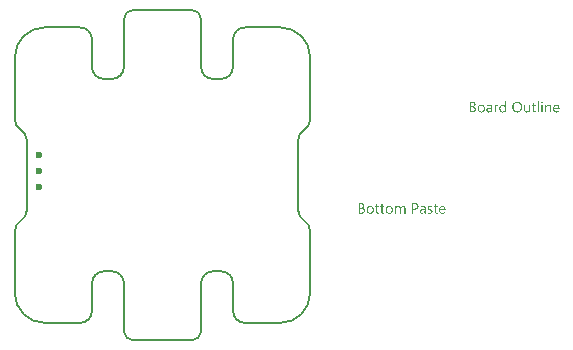
<source format=gbp>
G04*
G04 #@! TF.GenerationSoftware,Altium Limited,Altium Designer,21.9.2 (33)*
G04*
G04 Layer_Color=128*
%FSAX25Y25*%
%MOIN*%
G70*
G04*
G04 #@! TF.SameCoordinates,782488B1-D104-45AB-8946-8B4A8FA7571F*
G04*
G04*
G04 #@! TF.FilePolarity,Positive*
G04*
G01*
G75*
%ADD14C,0.00787*%
%ADD15C,0.00591*%
%ADD16C,0.02362*%
G36*
X0126532Y0024590D02*
X0126560Y0024583D01*
X0126588Y0024574D01*
X0126619Y0024559D01*
X0126650Y0024540D01*
X0126681Y0024515D01*
X0126684Y0024512D01*
X0126693Y0024503D01*
X0126705Y0024488D01*
X0126721Y0024466D01*
X0126733Y0024438D01*
X0126745Y0024407D01*
X0126755Y0024370D01*
X0126758Y0024330D01*
Y0024324D01*
Y0024311D01*
X0126755Y0024293D01*
X0126749Y0024265D01*
X0126739Y0024237D01*
X0126724Y0024206D01*
X0126705Y0024175D01*
X0126681Y0024145D01*
X0126677Y0024141D01*
X0126668Y0024132D01*
X0126650Y0024120D01*
X0126628Y0024108D01*
X0126600Y0024095D01*
X0126569Y0024083D01*
X0126535Y0024074D01*
X0126495Y0024070D01*
X0126477D01*
X0126458Y0024074D01*
X0126430Y0024080D01*
X0126402Y0024089D01*
X0126372Y0024101D01*
X0126341Y0024117D01*
X0126310Y0024141D01*
X0126307Y0024145D01*
X0126297Y0024154D01*
X0126285Y0024172D01*
X0126273Y0024194D01*
X0126260Y0024219D01*
X0126248Y0024253D01*
X0126239Y0024290D01*
X0126235Y0024330D01*
Y0024336D01*
Y0024349D01*
X0126239Y0024370D01*
X0126245Y0024395D01*
X0126254Y0024426D01*
X0126266Y0024457D01*
X0126285Y0024488D01*
X0126310Y0024515D01*
X0126313Y0024519D01*
X0126322Y0024528D01*
X0126341Y0024540D01*
X0126362Y0024556D01*
X0126390Y0024568D01*
X0126421Y0024580D01*
X0126455Y0024590D01*
X0126495Y0024593D01*
X0126514D01*
X0126532Y0024590D01*
D02*
G37*
G36*
X0114565Y0020925D02*
X0114163D01*
Y0021348D01*
X0114154D01*
X0114151Y0021342D01*
X0114141Y0021327D01*
X0114123Y0021305D01*
X0114101Y0021274D01*
X0114070Y0021237D01*
X0114036Y0021197D01*
X0113993Y0021154D01*
X0113940Y0021107D01*
X0113885Y0021061D01*
X0113820Y0021017D01*
X0113749Y0020977D01*
X0113672Y0020940D01*
X0113588Y0020909D01*
X0113496Y0020888D01*
X0113397Y0020872D01*
X0113292Y0020866D01*
X0113270D01*
X0113245Y0020869D01*
X0113214Y0020872D01*
X0113174Y0020875D01*
X0113128Y0020885D01*
X0113075Y0020894D01*
X0113020Y0020909D01*
X0112961Y0020925D01*
X0112899Y0020950D01*
X0112837Y0020974D01*
X0112772Y0021008D01*
X0112711Y0021045D01*
X0112649Y0021092D01*
X0112590Y0021144D01*
X0112534Y0021203D01*
X0112531Y0021206D01*
X0112522Y0021218D01*
X0112510Y0021237D01*
X0112491Y0021265D01*
X0112470Y0021299D01*
X0112445Y0021339D01*
X0112420Y0021388D01*
X0112395Y0021444D01*
X0112368Y0021506D01*
X0112343Y0021574D01*
X0112318Y0021651D01*
X0112297Y0021731D01*
X0112278Y0021818D01*
X0112266Y0021914D01*
X0112256Y0022013D01*
X0112253Y0022118D01*
Y0022121D01*
Y0022124D01*
Y0022133D01*
Y0022145D01*
X0112256Y0022176D01*
X0112259Y0022220D01*
X0112263Y0022275D01*
X0112269Y0022334D01*
X0112278Y0022402D01*
X0112294Y0022476D01*
X0112309Y0022553D01*
X0112330Y0022637D01*
X0112355Y0022717D01*
X0112386Y0022804D01*
X0112420Y0022884D01*
X0112463Y0022964D01*
X0112510Y0023042D01*
X0112565Y0023116D01*
X0112568Y0023119D01*
X0112581Y0023131D01*
X0112599Y0023150D01*
X0112624Y0023174D01*
X0112655Y0023202D01*
X0112692Y0023236D01*
X0112738Y0023270D01*
X0112788Y0023304D01*
X0112847Y0023338D01*
X0112908Y0023372D01*
X0112976Y0023406D01*
X0113050Y0023434D01*
X0113131Y0023459D01*
X0113217Y0023477D01*
X0113307Y0023490D01*
X0113403Y0023493D01*
X0113424D01*
X0113452Y0023490D01*
X0113486Y0023486D01*
X0113530Y0023480D01*
X0113579Y0023471D01*
X0113631Y0023459D01*
X0113690Y0023443D01*
X0113752Y0023422D01*
X0113814Y0023394D01*
X0113875Y0023360D01*
X0113937Y0023320D01*
X0113996Y0023273D01*
X0114055Y0023221D01*
X0114107Y0023156D01*
X0114154Y0023085D01*
X0114163D01*
Y0024639D01*
X0114565D01*
Y0020925D01*
D02*
G37*
G36*
X0128779Y0023490D02*
X0128806D01*
X0128840Y0023483D01*
X0128881Y0023477D01*
X0128924Y0023471D01*
X0128970Y0023459D01*
X0129020Y0023446D01*
X0129072Y0023428D01*
X0129125Y0023406D01*
X0129177Y0023378D01*
X0129227Y0023347D01*
X0129276Y0023313D01*
X0129323Y0023270D01*
X0129366Y0023224D01*
X0129369Y0023221D01*
X0129375Y0023211D01*
X0129387Y0023196D01*
X0129400Y0023174D01*
X0129415Y0023147D01*
X0129434Y0023113D01*
X0129455Y0023072D01*
X0129477Y0023029D01*
X0129496Y0022977D01*
X0129517Y0022921D01*
X0129536Y0022856D01*
X0129551Y0022788D01*
X0129563Y0022714D01*
X0129576Y0022634D01*
X0129582Y0022550D01*
X0129585Y0022457D01*
Y0020925D01*
X0129183D01*
Y0022355D01*
Y0022359D01*
Y0022365D01*
Y0022374D01*
Y0022389D01*
X0129180Y0022408D01*
Y0022430D01*
X0129174Y0022479D01*
X0129165Y0022541D01*
X0129153Y0022609D01*
X0129134Y0022680D01*
X0129109Y0022754D01*
X0129078Y0022828D01*
X0129041Y0022899D01*
X0128995Y0022967D01*
X0128936Y0023029D01*
X0128871Y0023079D01*
X0128834Y0023100D01*
X0128791Y0023119D01*
X0128748Y0023134D01*
X0128701Y0023144D01*
X0128652Y0023150D01*
X0128599Y0023153D01*
X0128572D01*
X0128550Y0023150D01*
X0128525Y0023147D01*
X0128494Y0023140D01*
X0128460Y0023134D01*
X0128426Y0023125D01*
X0128386Y0023113D01*
X0128346Y0023097D01*
X0128306Y0023079D01*
X0128263Y0023057D01*
X0128222Y0023029D01*
X0128179Y0022998D01*
X0128139Y0022964D01*
X0128102Y0022924D01*
X0128099Y0022921D01*
X0128093Y0022915D01*
X0128083Y0022902D01*
X0128071Y0022884D01*
X0128056Y0022862D01*
X0128040Y0022835D01*
X0128022Y0022804D01*
X0128003Y0022770D01*
X0127984Y0022729D01*
X0127966Y0022686D01*
X0127951Y0022640D01*
X0127935Y0022590D01*
X0127923Y0022535D01*
X0127913Y0022479D01*
X0127907Y0022417D01*
X0127904Y0022355D01*
Y0020925D01*
X0127502D01*
Y0023434D01*
X0127904D01*
Y0023017D01*
X0127913D01*
X0127917Y0023023D01*
X0127926Y0023038D01*
X0127944Y0023060D01*
X0127966Y0023091D01*
X0127997Y0023128D01*
X0128031Y0023168D01*
X0128074Y0023211D01*
X0128123Y0023255D01*
X0128179Y0023298D01*
X0128241Y0023341D01*
X0128309Y0023381D01*
X0128380Y0023418D01*
X0128460Y0023449D01*
X0128547Y0023471D01*
X0128640Y0023486D01*
X0128738Y0023493D01*
X0128757D01*
X0128779Y0023490D01*
D02*
G37*
G36*
X0111802Y0023474D02*
X0111836D01*
X0111873Y0023468D01*
X0111913Y0023462D01*
X0111954Y0023456D01*
X0111988Y0023443D01*
Y0023026D01*
X0111981Y0023029D01*
X0111969Y0023038D01*
X0111944Y0023051D01*
X0111910Y0023066D01*
X0111864Y0023082D01*
X0111814Y0023094D01*
X0111753Y0023103D01*
X0111682Y0023106D01*
X0111657D01*
X0111638Y0023103D01*
X0111617Y0023100D01*
X0111592Y0023094D01*
X0111533Y0023076D01*
X0111499Y0023063D01*
X0111465Y0023048D01*
X0111428Y0023026D01*
X0111391Y0023004D01*
X0111357Y0022977D01*
X0111320Y0022943D01*
X0111286Y0022906D01*
X0111252Y0022862D01*
X0111249Y0022859D01*
X0111246Y0022850D01*
X0111237Y0022838D01*
X0111224Y0022819D01*
X0111212Y0022794D01*
X0111196Y0022763D01*
X0111181Y0022729D01*
X0111166Y0022689D01*
X0111150Y0022646D01*
X0111135Y0022596D01*
X0111119Y0022541D01*
X0111107Y0022482D01*
X0111094Y0022417D01*
X0111085Y0022349D01*
X0111082Y0022278D01*
X0111079Y0022201D01*
Y0020925D01*
X0110677D01*
Y0023434D01*
X0111079D01*
Y0022915D01*
X0111088D01*
Y0022918D01*
X0111091Y0022927D01*
X0111098Y0022940D01*
X0111104Y0022958D01*
X0111113Y0022980D01*
X0111125Y0023008D01*
X0111153Y0023066D01*
X0111190Y0023134D01*
X0111237Y0023202D01*
X0111289Y0023267D01*
X0111351Y0023329D01*
X0111354Y0023332D01*
X0111360Y0023335D01*
X0111370Y0023341D01*
X0111382Y0023354D01*
X0111397Y0023363D01*
X0111419Y0023375D01*
X0111465Y0023403D01*
X0111524Y0023431D01*
X0111592Y0023456D01*
X0111666Y0023471D01*
X0111706Y0023474D01*
X0111747Y0023477D01*
X0111771D01*
X0111802Y0023474D01*
D02*
G37*
G36*
X0122565Y0020925D02*
X0122163D01*
Y0021320D01*
X0122154D01*
X0122151Y0021314D01*
X0122141Y0021302D01*
X0122126Y0021277D01*
X0122107Y0021249D01*
X0122080Y0021215D01*
X0122046Y0021178D01*
X0122008Y0021135D01*
X0121962Y0021095D01*
X0121913Y0021052D01*
X0121854Y0021011D01*
X0121792Y0020971D01*
X0121721Y0020937D01*
X0121644Y0020909D01*
X0121563Y0020885D01*
X0121474Y0020872D01*
X0121378Y0020866D01*
X0121356D01*
X0121341Y0020869D01*
X0121319D01*
X0121295Y0020872D01*
X0121267Y0020878D01*
X0121239Y0020882D01*
X0121171Y0020900D01*
X0121094Y0020922D01*
X0121013Y0020956D01*
X0120973Y0020977D01*
X0120930Y0020999D01*
X0120887Y0021027D01*
X0120847Y0021055D01*
X0120806Y0021089D01*
X0120766Y0021126D01*
X0120726Y0021169D01*
X0120689Y0021212D01*
X0120655Y0021262D01*
X0120621Y0021317D01*
X0120593Y0021376D01*
X0120565Y0021438D01*
X0120541Y0021506D01*
X0120519Y0021580D01*
X0120504Y0021660D01*
X0120491Y0021744D01*
X0120485Y0021836D01*
X0120482Y0021932D01*
Y0023434D01*
X0120881D01*
Y0021997D01*
Y0021994D01*
Y0021988D01*
Y0021979D01*
Y0021963D01*
X0120884Y0021945D01*
Y0021923D01*
X0120890Y0021873D01*
X0120899Y0021812D01*
X0120912Y0021747D01*
X0120933Y0021673D01*
X0120958Y0021602D01*
X0120989Y0021527D01*
X0121029Y0021453D01*
X0121078Y0021388D01*
X0121137Y0021327D01*
X0121208Y0021277D01*
X0121245Y0021256D01*
X0121288Y0021237D01*
X0121335Y0021222D01*
X0121381Y0021212D01*
X0121434Y0021206D01*
X0121489Y0021203D01*
X0121517D01*
X0121539Y0021206D01*
X0121563Y0021209D01*
X0121591Y0021215D01*
X0121625Y0021222D01*
X0121659Y0021231D01*
X0121696Y0021240D01*
X0121737Y0021256D01*
X0121777Y0021274D01*
X0121817Y0021296D01*
X0121857Y0021320D01*
X0121897Y0021348D01*
X0121934Y0021382D01*
X0121971Y0021419D01*
X0121974Y0021422D01*
X0121981Y0021429D01*
X0121990Y0021441D01*
X0122002Y0021459D01*
X0122015Y0021481D01*
X0122033Y0021506D01*
X0122049Y0021537D01*
X0122067Y0021571D01*
X0122086Y0021611D01*
X0122101Y0021654D01*
X0122120Y0021700D01*
X0122132Y0021750D01*
X0122144Y0021805D01*
X0122154Y0021861D01*
X0122160Y0021923D01*
X0122163Y0021988D01*
Y0023434D01*
X0122565D01*
Y0020925D01*
D02*
G37*
G36*
X0126690D02*
X0126288D01*
Y0023434D01*
X0126690D01*
Y0020925D01*
D02*
G37*
G36*
X0125475D02*
X0125074D01*
Y0024639D01*
X0125475D01*
Y0020925D01*
D02*
G37*
G36*
X0109074Y0023490D02*
X0109095D01*
X0109117Y0023486D01*
X0109145Y0023483D01*
X0109176Y0023477D01*
X0109240Y0023465D01*
X0109318Y0023443D01*
X0109395Y0023415D01*
X0109478Y0023375D01*
X0109562Y0023326D01*
X0109602Y0023298D01*
X0109642Y0023264D01*
X0109679Y0023227D01*
X0109716Y0023190D01*
X0109750Y0023147D01*
X0109781Y0023097D01*
X0109812Y0023048D01*
X0109840Y0022992D01*
X0109862Y0022930D01*
X0109883Y0022865D01*
X0109899Y0022797D01*
X0109911Y0022720D01*
X0109917Y0022643D01*
X0109920Y0022556D01*
Y0020925D01*
X0109519D01*
Y0021314D01*
X0109509D01*
X0109506Y0021308D01*
X0109497Y0021296D01*
X0109482Y0021274D01*
X0109460Y0021243D01*
X0109432Y0021209D01*
X0109398Y0021172D01*
X0109361Y0021132D01*
X0109315Y0021092D01*
X0109262Y0021048D01*
X0109206Y0021008D01*
X0109142Y0020971D01*
X0109074Y0020937D01*
X0108996Y0020906D01*
X0108916Y0020885D01*
X0108830Y0020872D01*
X0108737Y0020866D01*
X0108700D01*
X0108675Y0020869D01*
X0108644Y0020872D01*
X0108607Y0020875D01*
X0108567Y0020882D01*
X0108524Y0020891D01*
X0108428Y0020916D01*
X0108381Y0020931D01*
X0108332Y0020950D01*
X0108283Y0020971D01*
X0108236Y0020999D01*
X0108193Y0021030D01*
X0108150Y0021064D01*
X0108147Y0021067D01*
X0108141Y0021073D01*
X0108131Y0021086D01*
X0108116Y0021101D01*
X0108100Y0021120D01*
X0108085Y0021144D01*
X0108063Y0021172D01*
X0108045Y0021203D01*
X0108026Y0021240D01*
X0108008Y0021280D01*
X0107989Y0021324D01*
X0107974Y0021370D01*
X0107958Y0021419D01*
X0107949Y0021472D01*
X0107943Y0021531D01*
X0107940Y0021589D01*
Y0021592D01*
Y0021599D01*
Y0021608D01*
X0107943Y0021620D01*
Y0021636D01*
X0107946Y0021654D01*
X0107952Y0021700D01*
X0107964Y0021756D01*
X0107983Y0021818D01*
X0108008Y0021886D01*
X0108045Y0021957D01*
X0108088Y0022028D01*
X0108141Y0022099D01*
X0108175Y0022133D01*
X0108209Y0022167D01*
X0108249Y0022201D01*
X0108289Y0022232D01*
X0108335Y0022263D01*
X0108385Y0022291D01*
X0108437Y0022315D01*
X0108496Y0022340D01*
X0108558Y0022362D01*
X0108623Y0022380D01*
X0108694Y0022396D01*
X0108768Y0022408D01*
X0109519Y0022513D01*
Y0022516D01*
Y0022519D01*
Y0022529D01*
Y0022541D01*
X0109516Y0022572D01*
X0109509Y0022612D01*
X0109503Y0022661D01*
X0109491Y0022717D01*
X0109475Y0022773D01*
X0109454Y0022835D01*
X0109426Y0022893D01*
X0109392Y0022952D01*
X0109352Y0023004D01*
X0109302Y0023054D01*
X0109240Y0023094D01*
X0109173Y0023125D01*
X0109135Y0023137D01*
X0109092Y0023147D01*
X0109049Y0023150D01*
X0109003Y0023153D01*
X0108981D01*
X0108959Y0023150D01*
X0108925Y0023147D01*
X0108885Y0023144D01*
X0108839Y0023137D01*
X0108786Y0023128D01*
X0108731Y0023116D01*
X0108669Y0023097D01*
X0108604Y0023079D01*
X0108536Y0023054D01*
X0108465Y0023023D01*
X0108394Y0022986D01*
X0108323Y0022946D01*
X0108252Y0022899D01*
X0108184Y0022844D01*
Y0023255D01*
X0108187Y0023258D01*
X0108199Y0023264D01*
X0108221Y0023276D01*
X0108249Y0023292D01*
X0108286Y0023310D01*
X0108326Y0023329D01*
X0108375Y0023350D01*
X0108431Y0023375D01*
X0108490Y0023397D01*
X0108555Y0023418D01*
X0108626Y0023437D01*
X0108700Y0023456D01*
X0108780Y0023471D01*
X0108861Y0023483D01*
X0108947Y0023490D01*
X0109037Y0023493D01*
X0109058D01*
X0109074Y0023490D01*
D02*
G37*
G36*
X0103437Y0024435D02*
X0103475Y0024432D01*
X0103518Y0024426D01*
X0103567Y0024420D01*
X0103623Y0024410D01*
X0103679Y0024398D01*
X0103737Y0024383D01*
X0103799Y0024364D01*
X0103858Y0024342D01*
X0103920Y0024318D01*
X0103975Y0024287D01*
X0104031Y0024253D01*
X0104083Y0024213D01*
X0104086Y0024209D01*
X0104096Y0024203D01*
X0104108Y0024191D01*
X0104123Y0024172D01*
X0104145Y0024151D01*
X0104167Y0024123D01*
X0104192Y0024092D01*
X0104216Y0024058D01*
X0104241Y0024018D01*
X0104266Y0023975D01*
X0104287Y0023925D01*
X0104309Y0023876D01*
X0104324Y0023820D01*
X0104337Y0023762D01*
X0104346Y0023700D01*
X0104349Y0023635D01*
Y0023632D01*
Y0023622D01*
Y0023607D01*
X0104346Y0023585D01*
X0104343Y0023558D01*
X0104340Y0023530D01*
X0104337Y0023496D01*
X0104331Y0023459D01*
X0104309Y0023375D01*
X0104281Y0023289D01*
X0104263Y0023242D01*
X0104241Y0023199D01*
X0104216Y0023156D01*
X0104188Y0023113D01*
X0104185Y0023110D01*
X0104182Y0023103D01*
X0104173Y0023091D01*
X0104157Y0023076D01*
X0104142Y0023060D01*
X0104123Y0023038D01*
X0104099Y0023017D01*
X0104074Y0022992D01*
X0104043Y0022967D01*
X0104009Y0022940D01*
X0103972Y0022915D01*
X0103932Y0022887D01*
X0103889Y0022862D01*
X0103845Y0022841D01*
X0103743Y0022801D01*
Y0022791D01*
X0103746D01*
X0103759Y0022788D01*
X0103777Y0022785D01*
X0103802Y0022782D01*
X0103833Y0022776D01*
X0103867Y0022767D01*
X0103907Y0022754D01*
X0103947Y0022742D01*
X0104037Y0022708D01*
X0104086Y0022686D01*
X0104133Y0022658D01*
X0104179Y0022630D01*
X0104226Y0022600D01*
X0104272Y0022562D01*
X0104312Y0022522D01*
X0104315Y0022519D01*
X0104321Y0022513D01*
X0104331Y0022501D01*
X0104346Y0022482D01*
X0104361Y0022457D01*
X0104380Y0022433D01*
X0104399Y0022399D01*
X0104420Y0022365D01*
X0104439Y0022325D01*
X0104457Y0022278D01*
X0104476Y0022232D01*
X0104491Y0022179D01*
X0104507Y0022121D01*
X0104516Y0022062D01*
X0104522Y0022000D01*
X0104525Y0021932D01*
Y0021926D01*
Y0021914D01*
X0104522Y0021889D01*
X0104519Y0021858D01*
X0104516Y0021818D01*
X0104507Y0021775D01*
X0104497Y0021725D01*
X0104485Y0021673D01*
X0104466Y0021614D01*
X0104445Y0021555D01*
X0104420Y0021497D01*
X0104389Y0021435D01*
X0104352Y0021373D01*
X0104309Y0021314D01*
X0104260Y0021259D01*
X0104201Y0021203D01*
X0104198Y0021200D01*
X0104185Y0021191D01*
X0104167Y0021178D01*
X0104142Y0021160D01*
X0104111Y0021138D01*
X0104071Y0021116D01*
X0104028Y0021089D01*
X0103978Y0021064D01*
X0103920Y0021039D01*
X0103858Y0021014D01*
X0103793Y0020990D01*
X0103719Y0020968D01*
X0103641Y0020950D01*
X0103561Y0020937D01*
X0103475Y0020928D01*
X0103385Y0020925D01*
X0102362D01*
Y0024438D01*
X0103403D01*
X0103437Y0024435D01*
D02*
G37*
G36*
X0123906Y0023434D02*
X0124539D01*
Y0023088D01*
X0123906D01*
Y0021676D01*
Y0021673D01*
Y0021663D01*
Y0021651D01*
Y0021636D01*
X0123909Y0021614D01*
X0123912Y0021589D01*
X0123918Y0021537D01*
X0123927Y0021475D01*
X0123943Y0021416D01*
X0123964Y0021361D01*
X0123977Y0021336D01*
X0123992Y0021314D01*
X0123995Y0021311D01*
X0124008Y0021299D01*
X0124029Y0021280D01*
X0124060Y0021262D01*
X0124100Y0021240D01*
X0124150Y0021225D01*
X0124208Y0021212D01*
X0124276Y0021206D01*
X0124301D01*
X0124329Y0021209D01*
X0124366Y0021215D01*
X0124406Y0021228D01*
X0124453Y0021240D01*
X0124496Y0021262D01*
X0124539Y0021290D01*
Y0020946D01*
X0124536D01*
X0124533Y0020943D01*
X0124524Y0020940D01*
X0124514Y0020934D01*
X0124480Y0020922D01*
X0124440Y0020909D01*
X0124385Y0020897D01*
X0124320Y0020885D01*
X0124246Y0020875D01*
X0124162Y0020872D01*
X0124134D01*
X0124100Y0020878D01*
X0124060Y0020885D01*
X0124011Y0020894D01*
X0123955Y0020912D01*
X0123893Y0020934D01*
X0123835Y0020965D01*
X0123773Y0021002D01*
X0123711Y0021052D01*
X0123655Y0021110D01*
X0123631Y0021144D01*
X0123606Y0021181D01*
X0123584Y0021222D01*
X0123566Y0021265D01*
X0123547Y0021311D01*
X0123532Y0021364D01*
X0123519Y0021416D01*
X0123510Y0021475D01*
X0123507Y0021537D01*
X0123504Y0021605D01*
Y0023088D01*
X0123074D01*
Y0023434D01*
X0123504D01*
Y0024046D01*
X0123906Y0024175D01*
Y0023434D01*
D02*
G37*
G36*
X0131374Y0023490D02*
X0131408Y0023486D01*
X0131451Y0023483D01*
X0131498Y0023477D01*
X0131550Y0023465D01*
X0131606Y0023452D01*
X0131668Y0023437D01*
X0131730Y0023415D01*
X0131791Y0023388D01*
X0131856Y0023357D01*
X0131918Y0023320D01*
X0131977Y0023276D01*
X0132036Y0023227D01*
X0132088Y0023171D01*
X0132091Y0023168D01*
X0132100Y0023156D01*
X0132113Y0023137D01*
X0132131Y0023113D01*
X0132150Y0023082D01*
X0132175Y0023042D01*
X0132199Y0022995D01*
X0132224Y0022943D01*
X0132249Y0022881D01*
X0132273Y0022816D01*
X0132298Y0022742D01*
X0132317Y0022664D01*
X0132335Y0022578D01*
X0132348Y0022488D01*
X0132357Y0022389D01*
X0132360Y0022287D01*
Y0022077D01*
X0130586D01*
Y0022071D01*
Y0022059D01*
X0130589Y0022037D01*
X0130592Y0022009D01*
X0130596Y0021972D01*
X0130602Y0021932D01*
X0130608Y0021889D01*
X0130620Y0021839D01*
X0130648Y0021734D01*
X0130667Y0021682D01*
X0130688Y0021626D01*
X0130713Y0021574D01*
X0130741Y0021521D01*
X0130775Y0021475D01*
X0130812Y0021429D01*
X0130815Y0021425D01*
X0130821Y0021419D01*
X0130833Y0021407D01*
X0130852Y0021395D01*
X0130874Y0021376D01*
X0130901Y0021358D01*
X0130932Y0021336D01*
X0130966Y0021317D01*
X0131007Y0021296D01*
X0131053Y0021274D01*
X0131099Y0021256D01*
X0131155Y0021237D01*
X0131210Y0021225D01*
X0131272Y0021212D01*
X0131337Y0021206D01*
X0131405Y0021203D01*
X0131424D01*
X0131445Y0021206D01*
X0131476D01*
X0131513Y0021212D01*
X0131556Y0021218D01*
X0131606Y0021228D01*
X0131662Y0021237D01*
X0131720Y0021252D01*
X0131782Y0021271D01*
X0131847Y0021293D01*
X0131912Y0021320D01*
X0131980Y0021351D01*
X0132048Y0021388D01*
X0132116Y0021432D01*
X0132184Y0021481D01*
Y0021104D01*
X0132181Y0021101D01*
X0132168Y0021095D01*
X0132150Y0021082D01*
X0132125Y0021067D01*
X0132091Y0021048D01*
X0132051Y0021030D01*
X0132005Y0021008D01*
X0131952Y0020987D01*
X0131890Y0020962D01*
X0131825Y0020940D01*
X0131754Y0020922D01*
X0131677Y0020903D01*
X0131594Y0020888D01*
X0131504Y0020875D01*
X0131408Y0020869D01*
X0131309Y0020866D01*
X0131285D01*
X0131260Y0020869D01*
X0131223Y0020872D01*
X0131176Y0020875D01*
X0131124Y0020885D01*
X0131068Y0020894D01*
X0131007Y0020909D01*
X0130942Y0020928D01*
X0130874Y0020950D01*
X0130803Y0020977D01*
X0130735Y0021008D01*
X0130664Y0021048D01*
X0130599Y0021095D01*
X0130534Y0021147D01*
X0130475Y0021206D01*
X0130472Y0021209D01*
X0130463Y0021222D01*
X0130447Y0021243D01*
X0130429Y0021271D01*
X0130404Y0021305D01*
X0130379Y0021348D01*
X0130351Y0021398D01*
X0130324Y0021456D01*
X0130296Y0021518D01*
X0130268Y0021592D01*
X0130243Y0021669D01*
X0130219Y0021756D01*
X0130200Y0021849D01*
X0130185Y0021948D01*
X0130175Y0022056D01*
X0130172Y0022167D01*
Y0022170D01*
Y0022173D01*
Y0022183D01*
Y0022192D01*
X0130175Y0022223D01*
X0130178Y0022266D01*
X0130182Y0022315D01*
X0130191Y0022371D01*
X0130200Y0022436D01*
X0130212Y0022507D01*
X0130231Y0022581D01*
X0130253Y0022658D01*
X0130280Y0022739D01*
X0130311Y0022819D01*
X0130348Y0022896D01*
X0130395Y0022977D01*
X0130444Y0023051D01*
X0130503Y0023122D01*
X0130506Y0023125D01*
X0130518Y0023137D01*
X0130537Y0023156D01*
X0130561Y0023180D01*
X0130596Y0023208D01*
X0130636Y0023239D01*
X0130679Y0023273D01*
X0130731Y0023307D01*
X0130787Y0023341D01*
X0130852Y0023375D01*
X0130920Y0023406D01*
X0130991Y0023434D01*
X0131068Y0023459D01*
X0131152Y0023477D01*
X0131238Y0023490D01*
X0131328Y0023493D01*
X0131350D01*
X0131374Y0023490D01*
D02*
G37*
G36*
X0118331Y0024494D02*
X0118353D01*
X0118375Y0024491D01*
X0118402D01*
X0118464Y0024481D01*
X0118535Y0024472D01*
X0118616Y0024457D01*
X0118702Y0024435D01*
X0118792Y0024410D01*
X0118887Y0024376D01*
X0118983Y0024336D01*
X0119082Y0024290D01*
X0119181Y0024234D01*
X0119274Y0024169D01*
X0119367Y0024092D01*
X0119453Y0024006D01*
X0119459Y0023999D01*
X0119472Y0023984D01*
X0119493Y0023956D01*
X0119524Y0023916D01*
X0119555Y0023866D01*
X0119595Y0023808D01*
X0119635Y0023740D01*
X0119676Y0023663D01*
X0119716Y0023573D01*
X0119756Y0023477D01*
X0119796Y0023372D01*
X0119830Y0023258D01*
X0119858Y0023134D01*
X0119879Y0023004D01*
X0119892Y0022869D01*
X0119898Y0022723D01*
Y0022720D01*
Y0022714D01*
Y0022702D01*
Y0022686D01*
X0119895Y0022664D01*
Y0022640D01*
X0119892Y0022612D01*
Y0022581D01*
X0119889Y0022547D01*
X0119886Y0022510D01*
X0119873Y0022427D01*
X0119861Y0022331D01*
X0119842Y0022232D01*
X0119818Y0022124D01*
X0119787Y0022013D01*
X0119750Y0021901D01*
X0119706Y0021787D01*
X0119654Y0021676D01*
X0119592Y0021565D01*
X0119521Y0021463D01*
X0119441Y0021364D01*
X0119434Y0021358D01*
X0119419Y0021342D01*
X0119394Y0021317D01*
X0119357Y0021286D01*
X0119311Y0021249D01*
X0119255Y0021206D01*
X0119193Y0021163D01*
X0119119Y0021116D01*
X0119036Y0021070D01*
X0118943Y0021024D01*
X0118844Y0020980D01*
X0118736Y0020943D01*
X0118619Y0020912D01*
X0118495Y0020888D01*
X0118362Y0020872D01*
X0118223Y0020866D01*
X0118189D01*
X0118174Y0020869D01*
X0118152D01*
X0118127Y0020872D01*
X0118100Y0020875D01*
X0118035Y0020882D01*
X0117964Y0020891D01*
X0117880Y0020906D01*
X0117794Y0020928D01*
X0117698Y0020953D01*
X0117602Y0020987D01*
X0117503Y0021027D01*
X0117401Y0021073D01*
X0117302Y0021129D01*
X0117207Y0021197D01*
X0117111Y0021271D01*
X0117024Y0021358D01*
X0117018Y0021364D01*
X0117006Y0021379D01*
X0116984Y0021407D01*
X0116953Y0021447D01*
X0116919Y0021497D01*
X0116882Y0021555D01*
X0116842Y0021623D01*
X0116802Y0021703D01*
X0116759Y0021790D01*
X0116718Y0021886D01*
X0116681Y0021991D01*
X0116647Y0022105D01*
X0116616Y0022229D01*
X0116595Y0022359D01*
X0116582Y0022495D01*
X0116576Y0022640D01*
Y0022643D01*
Y0022649D01*
Y0022661D01*
Y0022677D01*
X0116579Y0022698D01*
Y0022720D01*
X0116582Y0022748D01*
Y0022779D01*
X0116586Y0022813D01*
X0116592Y0022853D01*
X0116601Y0022933D01*
X0116613Y0023026D01*
X0116635Y0023125D01*
X0116656Y0023233D01*
X0116687Y0023341D01*
X0116725Y0023452D01*
X0116768Y0023567D01*
X0116820Y0023678D01*
X0116882Y0023786D01*
X0116953Y0023891D01*
X0117034Y0023990D01*
X0117040Y0023996D01*
X0117055Y0024012D01*
X0117080Y0024036D01*
X0117117Y0024070D01*
X0117163Y0024108D01*
X0117222Y0024151D01*
X0117287Y0024197D01*
X0117361Y0024243D01*
X0117448Y0024290D01*
X0117540Y0024336D01*
X0117642Y0024379D01*
X0117754Y0024417D01*
X0117874Y0024451D01*
X0118001Y0024475D01*
X0118137Y0024491D01*
X0118282Y0024497D01*
X0118313D01*
X0118331Y0024494D01*
D02*
G37*
G36*
X0106345Y0023490D02*
X0106385Y0023486D01*
X0106432Y0023483D01*
X0106487Y0023474D01*
X0106546Y0023465D01*
X0106611Y0023449D01*
X0106682Y0023431D01*
X0106753Y0023409D01*
X0106824Y0023381D01*
X0106898Y0023347D01*
X0106969Y0023307D01*
X0107041Y0023261D01*
X0107105Y0023208D01*
X0107167Y0023147D01*
X0107170Y0023144D01*
X0107179Y0023131D01*
X0107195Y0023110D01*
X0107217Y0023082D01*
X0107241Y0023048D01*
X0107266Y0023004D01*
X0107297Y0022955D01*
X0107325Y0022896D01*
X0107356Y0022831D01*
X0107383Y0022760D01*
X0107408Y0022683D01*
X0107433Y0022596D01*
X0107455Y0022504D01*
X0107470Y0022405D01*
X0107479Y0022300D01*
X0107482Y0022189D01*
Y0022186D01*
Y0022183D01*
Y0022173D01*
Y0022161D01*
X0107479Y0022130D01*
X0107476Y0022090D01*
X0107473Y0022037D01*
X0107464Y0021979D01*
X0107455Y0021914D01*
X0107439Y0021843D01*
X0107421Y0021768D01*
X0107399Y0021688D01*
X0107371Y0021608D01*
X0107340Y0021527D01*
X0107300Y0021447D01*
X0107254Y0021370D01*
X0107201Y0021296D01*
X0107142Y0021225D01*
X0107139Y0021222D01*
X0107127Y0021209D01*
X0107108Y0021191D01*
X0107081Y0021169D01*
X0107047Y0021141D01*
X0107007Y0021110D01*
X0106957Y0021079D01*
X0106901Y0021045D01*
X0106840Y0021011D01*
X0106772Y0020980D01*
X0106697Y0020950D01*
X0106617Y0020922D01*
X0106527Y0020900D01*
X0106435Y0020882D01*
X0106339Y0020869D01*
X0106234Y0020866D01*
X0106209D01*
X0106181Y0020869D01*
X0106141Y0020872D01*
X0106095Y0020875D01*
X0106039Y0020885D01*
X0105981Y0020894D01*
X0105916Y0020909D01*
X0105845Y0020928D01*
X0105774Y0020953D01*
X0105699Y0020980D01*
X0105625Y0021014D01*
X0105551Y0021055D01*
X0105477Y0021101D01*
X0105409Y0021154D01*
X0105344Y0021215D01*
X0105341Y0021218D01*
X0105329Y0021231D01*
X0105313Y0021252D01*
X0105291Y0021280D01*
X0105267Y0021314D01*
X0105239Y0021358D01*
X0105211Y0021407D01*
X0105180Y0021466D01*
X0105149Y0021527D01*
X0105119Y0021599D01*
X0105091Y0021676D01*
X0105066Y0021759D01*
X0105044Y0021846D01*
X0105029Y0021941D01*
X0105017Y0022043D01*
X0105013Y0022149D01*
Y0022152D01*
Y0022155D01*
Y0022164D01*
Y0022176D01*
X0105017Y0022210D01*
X0105020Y0022254D01*
X0105023Y0022306D01*
X0105032Y0022368D01*
X0105041Y0022436D01*
X0105057Y0022510D01*
X0105075Y0022587D01*
X0105097Y0022668D01*
X0105125Y0022751D01*
X0105159Y0022835D01*
X0105199Y0022915D01*
X0105242Y0022992D01*
X0105295Y0023066D01*
X0105356Y0023137D01*
X0105359Y0023140D01*
X0105372Y0023153D01*
X0105394Y0023171D01*
X0105421Y0023193D01*
X0105455Y0023221D01*
X0105499Y0023248D01*
X0105548Y0023282D01*
X0105604Y0023316D01*
X0105665Y0023347D01*
X0105736Y0023381D01*
X0105814Y0023409D01*
X0105897Y0023437D01*
X0105987Y0023459D01*
X0106083Y0023477D01*
X0106184Y0023490D01*
X0106293Y0023493D01*
X0106317D01*
X0106345Y0023490D01*
D02*
G37*
G36*
X0089388Y-0010270D02*
X0089416D01*
X0089450Y-0010273D01*
X0089487Y-0010277D01*
X0089527Y-0010283D01*
X0089620Y-0010295D01*
X0089716Y-0010317D01*
X0089818Y-0010345D01*
X0089917Y-0010382D01*
Y-0010789D01*
X0089914Y-0010786D01*
X0089904Y-0010780D01*
X0089889Y-0010774D01*
X0089867Y-0010762D01*
X0089843Y-0010746D01*
X0089812Y-0010731D01*
X0089775Y-0010715D01*
X0089734Y-0010697D01*
X0089688Y-0010681D01*
X0089642Y-0010666D01*
X0089589Y-0010650D01*
X0089534Y-0010635D01*
X0089472Y-0010623D01*
X0089410Y-0010616D01*
X0089348Y-0010610D01*
X0089280Y-0010607D01*
X0089240D01*
X0089212Y-0010610D01*
X0089181Y-0010613D01*
X0089147Y-0010620D01*
X0089076Y-0010635D01*
X0089073D01*
X0089061Y-0010638D01*
X0089045Y-0010644D01*
X0089024Y-0010654D01*
X0088974Y-0010675D01*
X0088922Y-0010706D01*
X0088919Y-0010709D01*
X0088912Y-0010715D01*
X0088900Y-0010725D01*
X0088885Y-0010737D01*
X0088851Y-0010771D01*
X0088820Y-0010817D01*
Y-0010820D01*
X0088814Y-0010830D01*
X0088810Y-0010842D01*
X0088804Y-0010860D01*
X0088798Y-0010879D01*
X0088792Y-0010904D01*
X0088789Y-0010932D01*
X0088786Y-0010959D01*
Y-0010962D01*
Y-0010975D01*
X0088789Y-0010993D01*
Y-0011018D01*
X0088795Y-0011043D01*
X0088801Y-0011071D01*
X0088807Y-0011098D01*
X0088820Y-0011126D01*
X0088823Y-0011129D01*
X0088826Y-0011139D01*
X0088835Y-0011151D01*
X0088848Y-0011166D01*
X0088863Y-0011182D01*
X0088879Y-0011203D01*
X0088925Y-0011244D01*
X0088928Y-0011247D01*
X0088937Y-0011253D01*
X0088953Y-0011262D01*
X0088971Y-0011275D01*
X0088996Y-0011287D01*
X0089024Y-0011302D01*
X0089058Y-0011321D01*
X0089092Y-0011336D01*
X0089095Y-0011339D01*
X0089110Y-0011343D01*
X0089129Y-0011352D01*
X0089157Y-0011361D01*
X0089191Y-0011377D01*
X0089228Y-0011392D01*
X0089268Y-0011407D01*
X0089314Y-0011426D01*
X0089317D01*
X0089320Y-0011429D01*
X0089330Y-0011432D01*
X0089342Y-0011435D01*
X0089373Y-0011448D01*
X0089413Y-0011466D01*
X0089459Y-0011485D01*
X0089512Y-0011506D01*
X0089565Y-0011531D01*
X0089614Y-0011556D01*
X0089617D01*
X0089620Y-0011559D01*
X0089635Y-0011568D01*
X0089660Y-0011581D01*
X0089691Y-0011599D01*
X0089728Y-0011624D01*
X0089765Y-0011648D01*
X0089802Y-0011679D01*
X0089840Y-0011710D01*
X0089843Y-0011713D01*
X0089855Y-0011726D01*
X0089870Y-0011741D01*
X0089892Y-0011766D01*
X0089914Y-0011794D01*
X0089938Y-0011828D01*
X0089960Y-0011865D01*
X0089982Y-0011905D01*
X0089985Y-0011911D01*
X0089991Y-0011924D01*
X0089997Y-0011948D01*
X0090006Y-0011979D01*
X0090016Y-0012016D01*
X0090025Y-0012059D01*
X0090028Y-0012109D01*
X0090031Y-0012165D01*
Y-0012168D01*
Y-0012174D01*
Y-0012183D01*
Y-0012195D01*
X0090028Y-0012229D01*
X0090022Y-0012276D01*
X0090009Y-0012325D01*
X0089997Y-0012381D01*
X0089975Y-0012436D01*
X0089948Y-0012489D01*
X0089944Y-0012495D01*
X0089932Y-0012511D01*
X0089914Y-0012535D01*
X0089889Y-0012569D01*
X0089858Y-0012603D01*
X0089821Y-0012643D01*
X0089778Y-0012680D01*
X0089728Y-0012718D01*
X0089722Y-0012721D01*
X0089704Y-0012733D01*
X0089676Y-0012749D01*
X0089639Y-0012767D01*
X0089592Y-0012789D01*
X0089537Y-0012810D01*
X0089478Y-0012832D01*
X0089413Y-0012851D01*
X0089410D01*
X0089404Y-0012854D01*
X0089394D01*
X0089382Y-0012857D01*
X0089367Y-0012860D01*
X0089348Y-0012863D01*
X0089302Y-0012872D01*
X0089243Y-0012881D01*
X0089181Y-0012888D01*
X0089113Y-0012891D01*
X0089039Y-0012894D01*
X0089002D01*
X0088974Y-0012891D01*
X0088940D01*
X0088903Y-0012885D01*
X0088857Y-0012881D01*
X0088810Y-0012875D01*
X0088758Y-0012866D01*
X0088705Y-0012857D01*
X0088594Y-0012832D01*
X0088480Y-0012795D01*
X0088424Y-0012770D01*
X0088369Y-0012745D01*
Y-0012316D01*
X0088372Y-0012319D01*
X0088384Y-0012325D01*
X0088403Y-0012337D01*
X0088427Y-0012353D01*
X0088458Y-0012371D01*
X0088492Y-0012393D01*
X0088535Y-0012415D01*
X0088582Y-0012436D01*
X0088634Y-0012458D01*
X0088690Y-0012480D01*
X0088749Y-0012501D01*
X0088810Y-0012520D01*
X0088879Y-0012535D01*
X0088946Y-0012548D01*
X0089017Y-0012554D01*
X0089092Y-0012557D01*
X0089113D01*
X0089141Y-0012554D01*
X0089175Y-0012551D01*
X0089215Y-0012545D01*
X0089259Y-0012538D01*
X0089308Y-0012526D01*
X0089357Y-0012514D01*
X0089404Y-0012495D01*
X0089453Y-0012470D01*
X0089496Y-0012443D01*
X0089537Y-0012409D01*
X0089571Y-0012368D01*
X0089599Y-0012322D01*
X0089614Y-0012267D01*
X0089620Y-0012236D01*
Y-0012205D01*
Y-0012202D01*
Y-0012186D01*
X0089617Y-0012168D01*
X0089614Y-0012146D01*
X0089608Y-0012118D01*
X0089601Y-0012090D01*
X0089589Y-0012062D01*
X0089574Y-0012035D01*
X0089571Y-0012032D01*
X0089565Y-0012022D01*
X0089555Y-0012010D01*
X0089543Y-0011992D01*
X0089524Y-0011973D01*
X0089506Y-0011951D01*
X0089481Y-0011933D01*
X0089453Y-0011911D01*
X0089450Y-0011908D01*
X0089441Y-0011902D01*
X0089422Y-0011893D01*
X0089401Y-0011877D01*
X0089376Y-0011862D01*
X0089345Y-0011846D01*
X0089308Y-0011831D01*
X0089271Y-0011815D01*
X0089265Y-0011812D01*
X0089252Y-0011809D01*
X0089231Y-0011800D01*
X0089203Y-0011788D01*
X0089172Y-0011772D01*
X0089132Y-0011757D01*
X0089092Y-0011741D01*
X0089048Y-0011723D01*
X0089045D01*
X0089042Y-0011720D01*
X0089033Y-0011716D01*
X0089021Y-0011710D01*
X0088990Y-0011698D01*
X0088950Y-0011682D01*
X0088903Y-0011661D01*
X0088854Y-0011639D01*
X0088804Y-0011614D01*
X0088755Y-0011590D01*
X0088749Y-0011587D01*
X0088733Y-0011577D01*
X0088712Y-0011565D01*
X0088681Y-0011547D01*
X0088647Y-0011522D01*
X0088613Y-0011497D01*
X0088576Y-0011469D01*
X0088542Y-0011438D01*
X0088539Y-0011435D01*
X0088529Y-0011423D01*
X0088514Y-0011407D01*
X0088495Y-0011383D01*
X0088474Y-0011355D01*
X0088452Y-0011321D01*
X0088433Y-0011287D01*
X0088415Y-0011247D01*
X0088412Y-0011241D01*
X0088409Y-0011228D01*
X0088403Y-0011203D01*
X0088397Y-0011176D01*
X0088387Y-0011139D01*
X0088381Y-0011095D01*
X0088378Y-0011046D01*
X0088375Y-0010993D01*
Y-0010990D01*
Y-0010984D01*
Y-0010975D01*
Y-0010962D01*
X0088378Y-0010932D01*
X0088384Y-0010888D01*
X0088393Y-0010839D01*
X0088409Y-0010786D01*
X0088427Y-0010734D01*
X0088455Y-0010681D01*
Y-0010678D01*
X0088458Y-0010675D01*
X0088471Y-0010660D01*
X0088489Y-0010635D01*
X0088511Y-0010601D01*
X0088542Y-0010567D01*
X0088579Y-0010530D01*
X0088622Y-0010490D01*
X0088668Y-0010456D01*
X0088671D01*
X0088674Y-0010453D01*
X0088693Y-0010440D01*
X0088721Y-0010425D01*
X0088758Y-0010403D01*
X0088804Y-0010382D01*
X0088857Y-0010357D01*
X0088916Y-0010335D01*
X0088977Y-0010317D01*
X0088981D01*
X0088987Y-0010314D01*
X0088996Y-0010311D01*
X0089008Y-0010307D01*
X0089024Y-0010304D01*
X0089042Y-0010301D01*
X0089086Y-0010292D01*
X0089141Y-0010283D01*
X0089200Y-0010273D01*
X0089265Y-0010270D01*
X0089333Y-0010267D01*
X0089364D01*
X0089388Y-0010270D01*
D02*
G37*
G36*
X0080230D02*
X0080248D01*
X0080270Y-0010273D01*
X0080322Y-0010283D01*
X0080384Y-0010298D01*
X0080455Y-0010320D01*
X0080529Y-0010354D01*
X0080607Y-0010394D01*
X0080647Y-0010422D01*
X0080684Y-0010449D01*
X0080721Y-0010480D01*
X0080758Y-0010518D01*
X0080795Y-0010558D01*
X0080829Y-0010601D01*
X0080860Y-0010647D01*
X0080891Y-0010700D01*
X0080919Y-0010756D01*
X0080943Y-0010817D01*
X0080965Y-0010882D01*
X0080987Y-0010953D01*
X0080999Y-0011027D01*
X0081011Y-0011111D01*
X0081018Y-0011197D01*
X0081021Y-0011290D01*
Y-0012835D01*
X0080619D01*
Y-0011395D01*
Y-0011389D01*
Y-0011377D01*
Y-0011355D01*
X0080616Y-0011327D01*
Y-0011293D01*
X0080613Y-0011253D01*
X0080610Y-0011210D01*
X0080603Y-0011163D01*
X0080588Y-0011064D01*
X0080563Y-0010966D01*
X0080551Y-0010916D01*
X0080532Y-0010873D01*
X0080511Y-0010830D01*
X0080489Y-0010792D01*
Y-0010789D01*
X0080483Y-0010783D01*
X0080477Y-0010774D01*
X0080464Y-0010765D01*
X0080452Y-0010749D01*
X0080433Y-0010734D01*
X0080412Y-0010718D01*
X0080387Y-0010700D01*
X0080359Y-0010681D01*
X0080329Y-0010666D01*
X0080291Y-0010650D01*
X0080254Y-0010635D01*
X0080211Y-0010626D01*
X0080162Y-0010616D01*
X0080112Y-0010610D01*
X0080057Y-0010607D01*
X0080032D01*
X0080013Y-0010610D01*
X0079992Y-0010613D01*
X0079967Y-0010620D01*
X0079905Y-0010635D01*
X0079871Y-0010647D01*
X0079837Y-0010666D01*
X0079800Y-0010684D01*
X0079766Y-0010706D01*
X0079729Y-0010734D01*
X0079692Y-0010765D01*
X0079655Y-0010802D01*
X0079621Y-0010842D01*
X0079618Y-0010845D01*
X0079615Y-0010851D01*
X0079605Y-0010867D01*
X0079593Y-0010882D01*
X0079581Y-0010907D01*
X0079565Y-0010935D01*
X0079547Y-0010966D01*
X0079531Y-0011000D01*
X0079516Y-0011040D01*
X0079497Y-0011083D01*
X0079482Y-0011129D01*
X0079469Y-0011179D01*
X0079457Y-0011231D01*
X0079451Y-0011287D01*
X0079445Y-0011343D01*
X0079442Y-0011404D01*
Y-0012835D01*
X0079040D01*
Y-0011346D01*
Y-0011343D01*
Y-0011336D01*
Y-0011327D01*
Y-0011315D01*
X0079037Y-0011296D01*
Y-0011278D01*
X0079031Y-0011231D01*
X0079021Y-0011176D01*
X0079009Y-0011111D01*
X0078994Y-0011046D01*
X0078969Y-0010975D01*
X0078938Y-0010907D01*
X0078901Y-0010842D01*
X0078855Y-0010777D01*
X0078799Y-0010722D01*
X0078734Y-0010675D01*
X0078697Y-0010657D01*
X0078657Y-0010638D01*
X0078614Y-0010626D01*
X0078570Y-0010616D01*
X0078521Y-0010610D01*
X0078468Y-0010607D01*
X0078444D01*
X0078425Y-0010610D01*
X0078400Y-0010613D01*
X0078376Y-0010620D01*
X0078314Y-0010635D01*
X0078280Y-0010647D01*
X0078246Y-0010663D01*
X0078209Y-0010678D01*
X0078172Y-0010700D01*
X0078135Y-0010728D01*
X0078097Y-0010756D01*
X0078063Y-0010789D01*
X0078030Y-0010830D01*
X0078026Y-0010833D01*
X0078023Y-0010839D01*
X0078014Y-0010851D01*
X0078002Y-0010870D01*
X0077989Y-0010891D01*
X0077977Y-0010916D01*
X0077961Y-0010947D01*
X0077946Y-0010984D01*
X0077928Y-0011024D01*
X0077912Y-0011067D01*
X0077900Y-0011114D01*
X0077887Y-0011163D01*
X0077875Y-0011219D01*
X0077866Y-0011278D01*
X0077863Y-0011339D01*
X0077860Y-0011404D01*
Y-0012835D01*
X0077458D01*
Y-0010326D01*
X0077860D01*
Y-0010725D01*
X0077869D01*
X0077872Y-0010718D01*
X0077881Y-0010706D01*
X0077897Y-0010681D01*
X0077918Y-0010654D01*
X0077946Y-0010620D01*
X0077980Y-0010579D01*
X0078020Y-0010539D01*
X0078067Y-0010496D01*
X0078119Y-0010453D01*
X0078178Y-0010413D01*
X0078243Y-0010372D01*
X0078311Y-0010338D01*
X0078388Y-0010311D01*
X0078471Y-0010286D01*
X0078558Y-0010273D01*
X0078651Y-0010267D01*
X0078675D01*
X0078694Y-0010270D01*
X0078715D01*
X0078743Y-0010273D01*
X0078771Y-0010280D01*
X0078802Y-0010286D01*
X0078873Y-0010301D01*
X0078947Y-0010329D01*
X0079021Y-0010363D01*
X0079058Y-0010388D01*
X0079096Y-0010413D01*
X0079099Y-0010416D01*
X0079105Y-0010419D01*
X0079114Y-0010428D01*
X0079126Y-0010437D01*
X0079160Y-0010471D01*
X0079201Y-0010511D01*
X0079244Y-0010567D01*
X0079287Y-0010632D01*
X0079327Y-0010706D01*
X0079358Y-0010789D01*
X0079361Y-0010783D01*
X0079371Y-0010768D01*
X0079389Y-0010740D01*
X0079411Y-0010709D01*
X0079442Y-0010669D01*
X0079476Y-0010623D01*
X0079519Y-0010576D01*
X0079568Y-0010527D01*
X0079624Y-0010480D01*
X0079686Y-0010431D01*
X0079754Y-0010388D01*
X0079828Y-0010348D01*
X0079911Y-0010317D01*
X0079998Y-0010289D01*
X0080094Y-0010273D01*
X0080193Y-0010267D01*
X0080214D01*
X0080230Y-0010270D01*
D02*
G37*
G36*
X0086916D02*
X0086938D01*
X0086960Y-0010273D01*
X0086987Y-0010277D01*
X0087018Y-0010283D01*
X0087083Y-0010295D01*
X0087160Y-0010317D01*
X0087238Y-0010345D01*
X0087321Y-0010385D01*
X0087405Y-0010434D01*
X0087445Y-0010462D01*
X0087485Y-0010496D01*
X0087522Y-0010533D01*
X0087559Y-0010570D01*
X0087593Y-0010613D01*
X0087624Y-0010663D01*
X0087655Y-0010712D01*
X0087683Y-0010768D01*
X0087704Y-0010830D01*
X0087726Y-0010894D01*
X0087741Y-0010962D01*
X0087754Y-0011040D01*
X0087760Y-0011117D01*
X0087763Y-0011203D01*
Y-0012835D01*
X0087361D01*
Y-0012446D01*
X0087352D01*
X0087349Y-0012452D01*
X0087340Y-0012464D01*
X0087324Y-0012486D01*
X0087303Y-0012517D01*
X0087275Y-0012551D01*
X0087241Y-0012588D01*
X0087204Y-0012628D01*
X0087157Y-0012668D01*
X0087105Y-0012711D01*
X0087049Y-0012752D01*
X0086984Y-0012789D01*
X0086916Y-0012823D01*
X0086839Y-0012854D01*
X0086759Y-0012875D01*
X0086672Y-0012888D01*
X0086580Y-0012894D01*
X0086542D01*
X0086518Y-0012891D01*
X0086487Y-0012888D01*
X0086450Y-0012885D01*
X0086410Y-0012878D01*
X0086366Y-0012869D01*
X0086270Y-0012844D01*
X0086224Y-0012829D01*
X0086175Y-0012810D01*
X0086125Y-0012789D01*
X0086079Y-0012761D01*
X0086036Y-0012730D01*
X0085992Y-0012696D01*
X0085989Y-0012693D01*
X0085983Y-0012687D01*
X0085974Y-0012674D01*
X0085958Y-0012659D01*
X0085943Y-0012640D01*
X0085927Y-0012616D01*
X0085906Y-0012588D01*
X0085887Y-0012557D01*
X0085869Y-0012520D01*
X0085850Y-0012480D01*
X0085832Y-0012436D01*
X0085816Y-0012390D01*
X0085801Y-0012341D01*
X0085792Y-0012288D01*
X0085785Y-0012229D01*
X0085782Y-0012171D01*
Y-0012168D01*
Y-0012161D01*
Y-0012152D01*
X0085785Y-0012140D01*
Y-0012124D01*
X0085789Y-0012106D01*
X0085795Y-0012059D01*
X0085807Y-0012004D01*
X0085826Y-0011942D01*
X0085850Y-0011874D01*
X0085887Y-0011803D01*
X0085931Y-0011732D01*
X0085983Y-0011661D01*
X0086017Y-0011627D01*
X0086051Y-0011593D01*
X0086091Y-0011559D01*
X0086132Y-0011528D01*
X0086178Y-0011497D01*
X0086227Y-0011469D01*
X0086280Y-0011445D01*
X0086339Y-0011420D01*
X0086400Y-0011398D01*
X0086465Y-0011380D01*
X0086536Y-0011364D01*
X0086610Y-0011352D01*
X0087361Y-0011247D01*
Y-0011244D01*
Y-0011241D01*
Y-0011231D01*
Y-0011219D01*
X0087358Y-0011188D01*
X0087352Y-0011148D01*
X0087346Y-0011098D01*
X0087334Y-0011043D01*
X0087318Y-0010987D01*
X0087296Y-0010925D01*
X0087269Y-0010867D01*
X0087235Y-0010808D01*
X0087194Y-0010756D01*
X0087145Y-0010706D01*
X0087083Y-0010666D01*
X0087015Y-0010635D01*
X0086978Y-0010623D01*
X0086935Y-0010613D01*
X0086892Y-0010610D01*
X0086845Y-0010607D01*
X0086824D01*
X0086802Y-0010610D01*
X0086768Y-0010613D01*
X0086728Y-0010616D01*
X0086681Y-0010623D01*
X0086629Y-0010632D01*
X0086573Y-0010644D01*
X0086511Y-0010663D01*
X0086447Y-0010681D01*
X0086379Y-0010706D01*
X0086308Y-0010737D01*
X0086237Y-0010774D01*
X0086165Y-0010814D01*
X0086094Y-0010860D01*
X0086026Y-0010916D01*
Y-0010505D01*
X0086029Y-0010502D01*
X0086042Y-0010496D01*
X0086063Y-0010484D01*
X0086091Y-0010468D01*
X0086128Y-0010449D01*
X0086169Y-0010431D01*
X0086218Y-0010409D01*
X0086274Y-0010385D01*
X0086332Y-0010363D01*
X0086397Y-0010341D01*
X0086468Y-0010323D01*
X0086542Y-0010304D01*
X0086623Y-0010289D01*
X0086703Y-0010277D01*
X0086790Y-0010270D01*
X0086879Y-0010267D01*
X0086901D01*
X0086916Y-0010270D01*
D02*
G37*
G36*
X0084228Y-0009325D02*
X0084268D01*
X0084315Y-0009331D01*
X0084370Y-0009337D01*
X0084429Y-0009343D01*
X0084497Y-0009356D01*
X0084565Y-0009371D01*
X0084636Y-0009390D01*
X0084707Y-0009411D01*
X0084781Y-0009439D01*
X0084852Y-0009470D01*
X0084920Y-0009507D01*
X0084985Y-0009547D01*
X0085047Y-0009597D01*
X0085050Y-0009600D01*
X0085059Y-0009609D01*
X0085075Y-0009624D01*
X0085096Y-0009646D01*
X0085118Y-0009677D01*
X0085146Y-0009711D01*
X0085174Y-0009751D01*
X0085204Y-0009798D01*
X0085232Y-0009850D01*
X0085260Y-0009906D01*
X0085288Y-0009971D01*
X0085309Y-0010039D01*
X0085331Y-0010116D01*
X0085347Y-0010196D01*
X0085356Y-0010280D01*
X0085359Y-0010372D01*
Y-0010379D01*
Y-0010394D01*
X0085356Y-0010422D01*
X0085353Y-0010456D01*
X0085350Y-0010499D01*
X0085340Y-0010548D01*
X0085331Y-0010601D01*
X0085316Y-0010663D01*
X0085297Y-0010725D01*
X0085276Y-0010792D01*
X0085248Y-0010860D01*
X0085214Y-0010928D01*
X0085174Y-0010996D01*
X0085127Y-0011064D01*
X0085075Y-0011129D01*
X0085013Y-0011191D01*
X0085010Y-0011194D01*
X0084997Y-0011203D01*
X0084979Y-0011219D01*
X0084951Y-0011241D01*
X0084917Y-0011265D01*
X0084874Y-0011293D01*
X0084824Y-0011321D01*
X0084769Y-0011349D01*
X0084707Y-0011380D01*
X0084636Y-0011407D01*
X0084559Y-0011435D01*
X0084478Y-0011460D01*
X0084389Y-0011479D01*
X0084293Y-0011497D01*
X0084194Y-0011506D01*
X0084086Y-0011509D01*
X0083622D01*
Y-0012835D01*
X0083211D01*
Y-0009322D01*
X0084200D01*
X0084228Y-0009325D01*
D02*
G37*
G36*
X0066430D02*
X0066467Y-0009328D01*
X0066510Y-0009334D01*
X0066559Y-0009340D01*
X0066615Y-0009349D01*
X0066671Y-0009362D01*
X0066729Y-0009377D01*
X0066791Y-0009396D01*
X0066850Y-0009418D01*
X0066912Y-0009442D01*
X0066967Y-0009473D01*
X0067023Y-0009507D01*
X0067076Y-0009547D01*
X0067079Y-0009550D01*
X0067088Y-0009556D01*
X0067100Y-0009569D01*
X0067116Y-0009587D01*
X0067137Y-0009609D01*
X0067159Y-0009637D01*
X0067184Y-0009668D01*
X0067208Y-0009702D01*
X0067233Y-0009742D01*
X0067258Y-0009785D01*
X0067279Y-0009835D01*
X0067301Y-0009884D01*
X0067317Y-0009940D01*
X0067329Y-0009998D01*
X0067338Y-0010060D01*
X0067341Y-0010125D01*
Y-0010128D01*
Y-0010137D01*
Y-0010153D01*
X0067338Y-0010175D01*
X0067335Y-0010202D01*
X0067332Y-0010230D01*
X0067329Y-0010264D01*
X0067323Y-0010301D01*
X0067301Y-0010385D01*
X0067273Y-0010471D01*
X0067255Y-0010518D01*
X0067233Y-0010561D01*
X0067208Y-0010604D01*
X0067181Y-0010647D01*
X0067177Y-0010650D01*
X0067174Y-0010657D01*
X0067165Y-0010669D01*
X0067150Y-0010684D01*
X0067134Y-0010700D01*
X0067116Y-0010722D01*
X0067091Y-0010743D01*
X0067066Y-0010768D01*
X0067035Y-0010792D01*
X0067001Y-0010820D01*
X0066964Y-0010845D01*
X0066924Y-0010873D01*
X0066881Y-0010898D01*
X0066838Y-0010919D01*
X0066736Y-0010959D01*
Y-0010969D01*
X0066739D01*
X0066751Y-0010972D01*
X0066769Y-0010975D01*
X0066794Y-0010978D01*
X0066825Y-0010984D01*
X0066859Y-0010993D01*
X0066899Y-0011006D01*
X0066940Y-0011018D01*
X0067029Y-0011052D01*
X0067079Y-0011074D01*
X0067125Y-0011101D01*
X0067171Y-0011129D01*
X0067218Y-0011160D01*
X0067264Y-0011197D01*
X0067304Y-0011237D01*
X0067307Y-0011241D01*
X0067313Y-0011247D01*
X0067323Y-0011259D01*
X0067338Y-0011278D01*
X0067353Y-0011302D01*
X0067372Y-0011327D01*
X0067391Y-0011361D01*
X0067412Y-0011395D01*
X0067431Y-0011435D01*
X0067449Y-0011482D01*
X0067468Y-0011528D01*
X0067483Y-0011581D01*
X0067499Y-0011639D01*
X0067508Y-0011698D01*
X0067514Y-0011760D01*
X0067517Y-0011828D01*
Y-0011834D01*
Y-0011846D01*
X0067514Y-0011871D01*
X0067511Y-0011902D01*
X0067508Y-0011942D01*
X0067499Y-0011985D01*
X0067489Y-0012035D01*
X0067477Y-0012087D01*
X0067459Y-0012146D01*
X0067437Y-0012205D01*
X0067412Y-0012263D01*
X0067381Y-0012325D01*
X0067344Y-0012387D01*
X0067301Y-0012446D01*
X0067252Y-0012501D01*
X0067193Y-0012557D01*
X0067190Y-0012560D01*
X0067177Y-0012569D01*
X0067159Y-0012582D01*
X0067134Y-0012600D01*
X0067103Y-0012622D01*
X0067063Y-0012643D01*
X0067020Y-0012671D01*
X0066970Y-0012696D01*
X0066912Y-0012721D01*
X0066850Y-0012745D01*
X0066785Y-0012770D01*
X0066711Y-0012792D01*
X0066634Y-0012810D01*
X0066553Y-0012823D01*
X0066467Y-0012832D01*
X0066377Y-0012835D01*
X0065354D01*
Y-0009322D01*
X0066396D01*
X0066430Y-0009325D01*
D02*
G37*
G36*
X0091180Y-0010326D02*
X0091814D01*
Y-0010672D01*
X0091180D01*
Y-0012084D01*
Y-0012087D01*
Y-0012096D01*
Y-0012109D01*
Y-0012124D01*
X0091184Y-0012146D01*
X0091187Y-0012171D01*
X0091193Y-0012223D01*
X0091202Y-0012285D01*
X0091218Y-0012344D01*
X0091239Y-0012399D01*
X0091252Y-0012424D01*
X0091267Y-0012446D01*
X0091270Y-0012449D01*
X0091282Y-0012461D01*
X0091304Y-0012480D01*
X0091335Y-0012498D01*
X0091375Y-0012520D01*
X0091425Y-0012535D01*
X0091483Y-0012548D01*
X0091551Y-0012554D01*
X0091576D01*
X0091604Y-0012551D01*
X0091641Y-0012545D01*
X0091681Y-0012532D01*
X0091728Y-0012520D01*
X0091771Y-0012498D01*
X0091814Y-0012470D01*
Y-0012813D01*
X0091811D01*
X0091808Y-0012817D01*
X0091799Y-0012820D01*
X0091789Y-0012826D01*
X0091755Y-0012838D01*
X0091715Y-0012851D01*
X0091659Y-0012863D01*
X0091595Y-0012875D01*
X0091520Y-0012885D01*
X0091437Y-0012888D01*
X0091409D01*
X0091375Y-0012881D01*
X0091335Y-0012875D01*
X0091286Y-0012866D01*
X0091230Y-0012847D01*
X0091168Y-0012826D01*
X0091110Y-0012795D01*
X0091048Y-0012758D01*
X0090986Y-0012708D01*
X0090930Y-0012650D01*
X0090905Y-0012616D01*
X0090881Y-0012578D01*
X0090859Y-0012538D01*
X0090841Y-0012495D01*
X0090822Y-0012449D01*
X0090807Y-0012396D01*
X0090794Y-0012344D01*
X0090785Y-0012285D01*
X0090782Y-0012223D01*
X0090779Y-0012155D01*
Y-0010672D01*
X0090349D01*
Y-0010326D01*
X0090779D01*
Y-0009714D01*
X0091180Y-0009584D01*
Y-0010326D01*
D02*
G37*
G36*
X0073348D02*
X0073982D01*
Y-0010672D01*
X0073348D01*
Y-0012084D01*
Y-0012087D01*
Y-0012096D01*
Y-0012109D01*
Y-0012124D01*
X0073351Y-0012146D01*
X0073354Y-0012171D01*
X0073361Y-0012223D01*
X0073370Y-0012285D01*
X0073385Y-0012344D01*
X0073407Y-0012399D01*
X0073419Y-0012424D01*
X0073435Y-0012446D01*
X0073438Y-0012449D01*
X0073450Y-0012461D01*
X0073472Y-0012480D01*
X0073503Y-0012498D01*
X0073543Y-0012520D01*
X0073592Y-0012535D01*
X0073651Y-0012548D01*
X0073719Y-0012554D01*
X0073744D01*
X0073772Y-0012551D01*
X0073809Y-0012545D01*
X0073849Y-0012532D01*
X0073895Y-0012520D01*
X0073938Y-0012498D01*
X0073982Y-0012470D01*
Y-0012813D01*
X0073979D01*
X0073975Y-0012817D01*
X0073966Y-0012820D01*
X0073957Y-0012826D01*
X0073923Y-0012838D01*
X0073883Y-0012851D01*
X0073827Y-0012863D01*
X0073762Y-0012875D01*
X0073688Y-0012885D01*
X0073605Y-0012888D01*
X0073577D01*
X0073543Y-0012881D01*
X0073503Y-0012875D01*
X0073453Y-0012866D01*
X0073398Y-0012847D01*
X0073336Y-0012826D01*
X0073277Y-0012795D01*
X0073215Y-0012758D01*
X0073154Y-0012708D01*
X0073098Y-0012650D01*
X0073073Y-0012616D01*
X0073048Y-0012578D01*
X0073027Y-0012538D01*
X0073008Y-0012495D01*
X0072990Y-0012449D01*
X0072974Y-0012396D01*
X0072962Y-0012344D01*
X0072953Y-0012285D01*
X0072949Y-0012223D01*
X0072947Y-0012155D01*
Y-0010672D01*
X0072517D01*
Y-0010326D01*
X0072947D01*
Y-0009714D01*
X0073348Y-0009584D01*
Y-0010326D01*
D02*
G37*
G36*
X0071649D02*
X0072282D01*
Y-0010672D01*
X0071649D01*
Y-0012084D01*
Y-0012087D01*
Y-0012096D01*
Y-0012109D01*
Y-0012124D01*
X0071652Y-0012146D01*
X0071655Y-0012171D01*
X0071661Y-0012223D01*
X0071670Y-0012285D01*
X0071686Y-0012344D01*
X0071707Y-0012399D01*
X0071720Y-0012424D01*
X0071735Y-0012446D01*
X0071738Y-0012449D01*
X0071751Y-0012461D01*
X0071772Y-0012480D01*
X0071803Y-0012498D01*
X0071843Y-0012520D01*
X0071893Y-0012535D01*
X0071952Y-0012548D01*
X0072019Y-0012554D01*
X0072044D01*
X0072072Y-0012551D01*
X0072109Y-0012545D01*
X0072149Y-0012532D01*
X0072196Y-0012520D01*
X0072239Y-0012498D01*
X0072282Y-0012470D01*
Y-0012813D01*
X0072279D01*
X0072276Y-0012817D01*
X0072267Y-0012820D01*
X0072257Y-0012826D01*
X0072223Y-0012838D01*
X0072183Y-0012851D01*
X0072128Y-0012863D01*
X0072063Y-0012875D01*
X0071988Y-0012885D01*
X0071905Y-0012888D01*
X0071877D01*
X0071843Y-0012881D01*
X0071803Y-0012875D01*
X0071754Y-0012866D01*
X0071698Y-0012847D01*
X0071636Y-0012826D01*
X0071578Y-0012795D01*
X0071516Y-0012758D01*
X0071454Y-0012708D01*
X0071398Y-0012650D01*
X0071374Y-0012616D01*
X0071349Y-0012578D01*
X0071327Y-0012538D01*
X0071309Y-0012495D01*
X0071290Y-0012449D01*
X0071275Y-0012396D01*
X0071262Y-0012344D01*
X0071253Y-0012285D01*
X0071250Y-0012223D01*
X0071247Y-0012155D01*
Y-0010672D01*
X0070817D01*
Y-0010326D01*
X0071247D01*
Y-0009714D01*
X0071649Y-0009584D01*
Y-0010326D01*
D02*
G37*
G36*
X0093381Y-0010270D02*
X0093415Y-0010273D01*
X0093458Y-0010277D01*
X0093504Y-0010283D01*
X0093557Y-0010295D01*
X0093612Y-0010307D01*
X0093674Y-0010323D01*
X0093736Y-0010345D01*
X0093798Y-0010372D01*
X0093863Y-0010403D01*
X0093924Y-0010440D01*
X0093983Y-0010484D01*
X0094042Y-0010533D01*
X0094094Y-0010589D01*
X0094098Y-0010592D01*
X0094107Y-0010604D01*
X0094119Y-0010623D01*
X0094138Y-0010647D01*
X0094156Y-0010678D01*
X0094181Y-0010718D01*
X0094206Y-0010765D01*
X0094230Y-0010817D01*
X0094255Y-0010879D01*
X0094280Y-0010944D01*
X0094305Y-0011018D01*
X0094323Y-0011095D01*
X0094342Y-0011182D01*
X0094354Y-0011271D01*
X0094363Y-0011370D01*
X0094366Y-0011472D01*
Y-0011682D01*
X0092593D01*
Y-0011689D01*
Y-0011701D01*
X0092596Y-0011723D01*
X0092599Y-0011750D01*
X0092602Y-0011788D01*
X0092608Y-0011828D01*
X0092614Y-0011871D01*
X0092627Y-0011920D01*
X0092655Y-0012025D01*
X0092673Y-0012078D01*
X0092695Y-0012134D01*
X0092719Y-0012186D01*
X0092747Y-0012239D01*
X0092781Y-0012285D01*
X0092818Y-0012331D01*
X0092821Y-0012334D01*
X0092827Y-0012341D01*
X0092840Y-0012353D01*
X0092858Y-0012365D01*
X0092880Y-0012384D01*
X0092908Y-0012402D01*
X0092939Y-0012424D01*
X0092973Y-0012443D01*
X0093013Y-0012464D01*
X0093059Y-0012486D01*
X0093106Y-0012504D01*
X0093161Y-0012523D01*
X0093217Y-0012535D01*
X0093279Y-0012548D01*
X0093344Y-0012554D01*
X0093411Y-0012557D01*
X0093430D01*
X0093452Y-0012554D01*
X0093483D01*
X0093520Y-0012548D01*
X0093563Y-0012541D01*
X0093612Y-0012532D01*
X0093668Y-0012523D01*
X0093727Y-0012507D01*
X0093788Y-0012489D01*
X0093853Y-0012467D01*
X0093918Y-0012439D01*
X0093986Y-0012409D01*
X0094054Y-0012371D01*
X0094122Y-0012328D01*
X0094190Y-0012279D01*
Y-0012656D01*
X0094187Y-0012659D01*
X0094175Y-0012665D01*
X0094156Y-0012677D01*
X0094131Y-0012693D01*
X0094098Y-0012711D01*
X0094057Y-0012730D01*
X0094011Y-0012752D01*
X0093958Y-0012773D01*
X0093897Y-0012798D01*
X0093832Y-0012820D01*
X0093761Y-0012838D01*
X0093683Y-0012857D01*
X0093600Y-0012872D01*
X0093510Y-0012885D01*
X0093415Y-0012891D01*
X0093316Y-0012894D01*
X0093291D01*
X0093266Y-0012891D01*
X0093229Y-0012888D01*
X0093183Y-0012885D01*
X0093130Y-0012875D01*
X0093075Y-0012866D01*
X0093013Y-0012851D01*
X0092948Y-0012832D01*
X0092880Y-0012810D01*
X0092809Y-0012783D01*
X0092741Y-0012752D01*
X0092670Y-0012711D01*
X0092605Y-0012665D01*
X0092540Y-0012612D01*
X0092481Y-0012554D01*
X0092478Y-0012551D01*
X0092469Y-0012538D01*
X0092454Y-0012517D01*
X0092435Y-0012489D01*
X0092410Y-0012455D01*
X0092386Y-0012412D01*
X0092358Y-0012362D01*
X0092330Y-0012303D01*
X0092302Y-0012242D01*
X0092274Y-0012168D01*
X0092250Y-0012090D01*
X0092225Y-0012004D01*
X0092206Y-0011911D01*
X0092191Y-0011812D01*
X0092182Y-0011704D01*
X0092179Y-0011593D01*
Y-0011590D01*
Y-0011587D01*
Y-0011577D01*
Y-0011568D01*
X0092182Y-0011537D01*
X0092185Y-0011494D01*
X0092188Y-0011445D01*
X0092197Y-0011389D01*
X0092206Y-0011324D01*
X0092219Y-0011253D01*
X0092237Y-0011179D01*
X0092259Y-0011101D01*
X0092287Y-0011021D01*
X0092318Y-0010941D01*
X0092355Y-0010864D01*
X0092401Y-0010783D01*
X0092450Y-0010709D01*
X0092509Y-0010638D01*
X0092512Y-0010635D01*
X0092525Y-0010623D01*
X0092543Y-0010604D01*
X0092568Y-0010579D01*
X0092602Y-0010552D01*
X0092642Y-0010521D01*
X0092685Y-0010487D01*
X0092738Y-0010453D01*
X0092794Y-0010419D01*
X0092858Y-0010385D01*
X0092926Y-0010354D01*
X0092997Y-0010326D01*
X0093075Y-0010301D01*
X0093158Y-0010283D01*
X0093245Y-0010270D01*
X0093334Y-0010267D01*
X0093356D01*
X0093381Y-0010270D01*
D02*
G37*
G36*
X0075678D02*
X0075718Y-0010273D01*
X0075765Y-0010277D01*
X0075820Y-0010286D01*
X0075879Y-0010295D01*
X0075944Y-0010311D01*
X0076015Y-0010329D01*
X0076086Y-0010351D01*
X0076157Y-0010379D01*
X0076231Y-0010413D01*
X0076302Y-0010453D01*
X0076373Y-0010499D01*
X0076438Y-0010552D01*
X0076500Y-0010613D01*
X0076503Y-0010616D01*
X0076512Y-0010629D01*
X0076528Y-0010650D01*
X0076549Y-0010678D01*
X0076574Y-0010712D01*
X0076599Y-0010756D01*
X0076630Y-0010805D01*
X0076657Y-0010864D01*
X0076688Y-0010928D01*
X0076716Y-0011000D01*
X0076741Y-0011077D01*
X0076766Y-0011163D01*
X0076787Y-0011256D01*
X0076803Y-0011355D01*
X0076812Y-0011460D01*
X0076815Y-0011571D01*
Y-0011574D01*
Y-0011577D01*
Y-0011587D01*
Y-0011599D01*
X0076812Y-0011630D01*
X0076809Y-0011670D01*
X0076806Y-0011723D01*
X0076797Y-0011781D01*
X0076787Y-0011846D01*
X0076772Y-0011917D01*
X0076753Y-0011992D01*
X0076732Y-0012072D01*
X0076704Y-0012152D01*
X0076673Y-0012233D01*
X0076633Y-0012313D01*
X0076587Y-0012390D01*
X0076534Y-0012464D01*
X0076475Y-0012535D01*
X0076472Y-0012538D01*
X0076460Y-0012551D01*
X0076441Y-0012569D01*
X0076413Y-0012591D01*
X0076379Y-0012619D01*
X0076339Y-0012650D01*
X0076290Y-0012680D01*
X0076234Y-0012715D01*
X0076172Y-0012749D01*
X0076104Y-0012779D01*
X0076030Y-0012810D01*
X0075950Y-0012838D01*
X0075860Y-0012860D01*
X0075768Y-0012878D01*
X0075672Y-0012891D01*
X0075567Y-0012894D01*
X0075542D01*
X0075514Y-0012891D01*
X0075474Y-0012888D01*
X0075428Y-0012885D01*
X0075372Y-0012875D01*
X0075313Y-0012866D01*
X0075248Y-0012851D01*
X0075177Y-0012832D01*
X0075106Y-0012807D01*
X0075032Y-0012779D01*
X0074958Y-0012745D01*
X0074884Y-0012705D01*
X0074810Y-0012659D01*
X0074742Y-0012606D01*
X0074677Y-0012545D01*
X0074674Y-0012541D01*
X0074661Y-0012529D01*
X0074646Y-0012507D01*
X0074624Y-0012480D01*
X0074600Y-0012446D01*
X0074572Y-0012402D01*
X0074544Y-0012353D01*
X0074513Y-0012294D01*
X0074482Y-0012233D01*
X0074451Y-0012161D01*
X0074423Y-0012084D01*
X0074399Y-0012001D01*
X0074377Y-0011914D01*
X0074362Y-0011818D01*
X0074349Y-0011716D01*
X0074346Y-0011611D01*
Y-0011608D01*
Y-0011605D01*
Y-0011596D01*
Y-0011584D01*
X0074349Y-0011550D01*
X0074352Y-0011506D01*
X0074356Y-0011454D01*
X0074365Y-0011392D01*
X0074374Y-0011324D01*
X0074389Y-0011250D01*
X0074408Y-0011173D01*
X0074430Y-0011092D01*
X0074458Y-0011009D01*
X0074491Y-0010925D01*
X0074532Y-0010845D01*
X0074575Y-0010768D01*
X0074627Y-0010694D01*
X0074689Y-0010623D01*
X0074692Y-0010620D01*
X0074705Y-0010607D01*
X0074726Y-0010589D01*
X0074754Y-0010567D01*
X0074788Y-0010539D01*
X0074831Y-0010511D01*
X0074881Y-0010477D01*
X0074936Y-0010443D01*
X0074998Y-0010413D01*
X0075069Y-0010379D01*
X0075147Y-0010351D01*
X0075230Y-0010323D01*
X0075320Y-0010301D01*
X0075415Y-0010283D01*
X0075517Y-0010270D01*
X0075625Y-0010267D01*
X0075650D01*
X0075678Y-0010270D01*
D02*
G37*
G36*
X0069337D02*
X0069377Y-0010273D01*
X0069424Y-0010277D01*
X0069480Y-0010286D01*
X0069538Y-0010295D01*
X0069603Y-0010311D01*
X0069674Y-0010329D01*
X0069745Y-0010351D01*
X0069816Y-0010379D01*
X0069890Y-0010413D01*
X0069962Y-0010453D01*
X0070033Y-0010499D01*
X0070098Y-0010552D01*
X0070159Y-0010613D01*
X0070162Y-0010616D01*
X0070172Y-0010629D01*
X0070187Y-0010650D01*
X0070209Y-0010678D01*
X0070233Y-0010712D01*
X0070258Y-0010756D01*
X0070289Y-0010805D01*
X0070317Y-0010864D01*
X0070348Y-0010928D01*
X0070376Y-0011000D01*
X0070400Y-0011077D01*
X0070425Y-0011163D01*
X0070447Y-0011256D01*
X0070462Y-0011355D01*
X0070471Y-0011460D01*
X0070474Y-0011571D01*
Y-0011574D01*
Y-0011577D01*
Y-0011587D01*
Y-0011599D01*
X0070471Y-0011630D01*
X0070468Y-0011670D01*
X0070465Y-0011723D01*
X0070456Y-0011781D01*
X0070447Y-0011846D01*
X0070431Y-0011917D01*
X0070413Y-0011992D01*
X0070391Y-0012072D01*
X0070363Y-0012152D01*
X0070332Y-0012233D01*
X0070292Y-0012313D01*
X0070246Y-0012390D01*
X0070193Y-0012464D01*
X0070135Y-0012535D01*
X0070131Y-0012538D01*
X0070119Y-0012551D01*
X0070101Y-0012569D01*
X0070073Y-0012591D01*
X0070039Y-0012619D01*
X0069999Y-0012650D01*
X0069949Y-0012680D01*
X0069893Y-0012715D01*
X0069832Y-0012749D01*
X0069764Y-0012779D01*
X0069690Y-0012810D01*
X0069609Y-0012838D01*
X0069520Y-0012860D01*
X0069427Y-0012878D01*
X0069331Y-0012891D01*
X0069226Y-0012894D01*
X0069201D01*
X0069174Y-0012891D01*
X0069133Y-0012888D01*
X0069087Y-0012885D01*
X0069031Y-0012875D01*
X0068973Y-0012866D01*
X0068908Y-0012851D01*
X0068837Y-0012832D01*
X0068766Y-0012807D01*
X0068691Y-0012779D01*
X0068617Y-0012745D01*
X0068543Y-0012705D01*
X0068469Y-0012659D01*
X0068401Y-0012606D01*
X0068336Y-0012545D01*
X0068333Y-0012541D01*
X0068321Y-0012529D01*
X0068305Y-0012507D01*
X0068284Y-0012480D01*
X0068259Y-0012446D01*
X0068231Y-0012402D01*
X0068203Y-0012353D01*
X0068172Y-0012294D01*
X0068142Y-0012233D01*
X0068111Y-0012161D01*
X0068083Y-0012084D01*
X0068058Y-0012001D01*
X0068036Y-0011914D01*
X0068021Y-0011818D01*
X0068009Y-0011716D01*
X0068006Y-0011611D01*
Y-0011608D01*
Y-0011605D01*
Y-0011596D01*
Y-0011584D01*
X0068009Y-0011550D01*
X0068012Y-0011506D01*
X0068015Y-0011454D01*
X0068024Y-0011392D01*
X0068033Y-0011324D01*
X0068049Y-0011250D01*
X0068067Y-0011173D01*
X0068089Y-0011092D01*
X0068117Y-0011009D01*
X0068151Y-0010925D01*
X0068191Y-0010845D01*
X0068234Y-0010768D01*
X0068287Y-0010694D01*
X0068348Y-0010623D01*
X0068352Y-0010620D01*
X0068364Y-0010607D01*
X0068386Y-0010589D01*
X0068413Y-0010567D01*
X0068447Y-0010539D01*
X0068491Y-0010511D01*
X0068540Y-0010477D01*
X0068596Y-0010443D01*
X0068657Y-0010413D01*
X0068729Y-0010379D01*
X0068806Y-0010351D01*
X0068889Y-0010323D01*
X0068979Y-0010301D01*
X0069075Y-0010283D01*
X0069177Y-0010270D01*
X0069285Y-0010267D01*
X0069310D01*
X0069337Y-0010270D01*
D02*
G37*
%LPC*%
G36*
X0113452Y0023153D02*
X0113437D01*
X0113418Y0023150D01*
X0113390D01*
X0113359Y0023144D01*
X0113326Y0023137D01*
X0113285Y0023131D01*
X0113242Y0023119D01*
X0113196Y0023106D01*
X0113149Y0023088D01*
X0113103Y0023066D01*
X0113054Y0023038D01*
X0113007Y0023008D01*
X0112961Y0022974D01*
X0112915Y0022930D01*
X0112874Y0022884D01*
X0112871Y0022881D01*
X0112865Y0022872D01*
X0112856Y0022856D01*
X0112840Y0022835D01*
X0112825Y0022807D01*
X0112810Y0022773D01*
X0112788Y0022736D01*
X0112769Y0022689D01*
X0112751Y0022640D01*
X0112732Y0022584D01*
X0112714Y0022522D01*
X0112698Y0022457D01*
X0112683Y0022383D01*
X0112673Y0022309D01*
X0112667Y0022226D01*
X0112664Y0022139D01*
Y0022133D01*
Y0022121D01*
Y0022096D01*
X0112667Y0022068D01*
X0112670Y0022031D01*
X0112673Y0021988D01*
X0112680Y0021941D01*
X0112689Y0021889D01*
X0112714Y0021781D01*
X0112729Y0021722D01*
X0112748Y0021666D01*
X0112772Y0021611D01*
X0112800Y0021555D01*
X0112831Y0021503D01*
X0112865Y0021453D01*
X0112868Y0021450D01*
X0112874Y0021444D01*
X0112887Y0021432D01*
X0112902Y0021413D01*
X0112924Y0021395D01*
X0112949Y0021373D01*
X0112976Y0021351D01*
X0113010Y0021330D01*
X0113047Y0021305D01*
X0113088Y0021283D01*
X0113131Y0021262D01*
X0113180Y0021243D01*
X0113233Y0021228D01*
X0113288Y0021215D01*
X0113347Y0021206D01*
X0113409Y0021203D01*
X0113424D01*
X0113443Y0021206D01*
X0113465D01*
X0113492Y0021209D01*
X0113526Y0021215D01*
X0113563Y0021225D01*
X0113604Y0021234D01*
X0113647Y0021246D01*
X0113690Y0021262D01*
X0113736Y0021280D01*
X0113780Y0021305D01*
X0113826Y0021333D01*
X0113869Y0021364D01*
X0113913Y0021401D01*
X0113953Y0021444D01*
X0113956Y0021447D01*
X0113962Y0021456D01*
X0113971Y0021469D01*
X0113987Y0021487D01*
X0114002Y0021512D01*
X0114021Y0021540D01*
X0114039Y0021574D01*
X0114058Y0021614D01*
X0114076Y0021654D01*
X0114098Y0021700D01*
X0114113Y0021753D01*
X0114129Y0021805D01*
X0114144Y0021864D01*
X0114154Y0021926D01*
X0114160Y0021991D01*
X0114163Y0022059D01*
Y0022427D01*
Y0022430D01*
Y0022439D01*
Y0022457D01*
X0114160Y0022479D01*
X0114157Y0022504D01*
X0114154Y0022535D01*
X0114147Y0022569D01*
X0114138Y0022606D01*
X0114113Y0022686D01*
X0114098Y0022729D01*
X0114079Y0022773D01*
X0114055Y0022816D01*
X0114027Y0022859D01*
X0113996Y0022902D01*
X0113962Y0022943D01*
X0113959Y0022946D01*
X0113953Y0022952D01*
X0113940Y0022961D01*
X0113925Y0022977D01*
X0113906Y0022992D01*
X0113882Y0023011D01*
X0113854Y0023029D01*
X0113823Y0023048D01*
X0113789Y0023066D01*
X0113749Y0023088D01*
X0113709Y0023103D01*
X0113662Y0023119D01*
X0113613Y0023134D01*
X0113563Y0023144D01*
X0113508Y0023150D01*
X0113452Y0023153D01*
D02*
G37*
G36*
X0109519Y0022192D02*
X0108913Y0022108D01*
X0108910D01*
X0108901Y0022105D01*
X0108885D01*
X0108867Y0022102D01*
X0108845Y0022096D01*
X0108817Y0022090D01*
X0108755Y0022077D01*
X0108687Y0022059D01*
X0108619Y0022034D01*
X0108552Y0022003D01*
X0108521Y0021988D01*
X0108493Y0021969D01*
X0108487Y0021963D01*
X0108471Y0021951D01*
X0108446Y0021926D01*
X0108422Y0021889D01*
X0108397Y0021839D01*
X0108385Y0021812D01*
X0108372Y0021781D01*
X0108363Y0021747D01*
X0108357Y0021707D01*
X0108354Y0021666D01*
X0108351Y0021620D01*
Y0021617D01*
Y0021611D01*
Y0021602D01*
X0108354Y0021589D01*
X0108357Y0021555D01*
X0108366Y0021512D01*
X0108381Y0021466D01*
X0108406Y0021413D01*
X0108437Y0021364D01*
X0108480Y0021317D01*
X0108484D01*
X0108487Y0021311D01*
X0108505Y0021299D01*
X0108533Y0021280D01*
X0108573Y0021262D01*
X0108626Y0021240D01*
X0108684Y0021222D01*
X0108755Y0021209D01*
X0108833Y0021203D01*
X0108861D01*
X0108882Y0021206D01*
X0108907Y0021209D01*
X0108938Y0021215D01*
X0108969Y0021222D01*
X0109006Y0021231D01*
X0109083Y0021256D01*
X0109123Y0021271D01*
X0109166Y0021293D01*
X0109206Y0021317D01*
X0109247Y0021345D01*
X0109287Y0021376D01*
X0109324Y0021413D01*
X0109327Y0021416D01*
X0109333Y0021422D01*
X0109343Y0021435D01*
X0109355Y0021450D01*
X0109370Y0021472D01*
X0109386Y0021497D01*
X0109404Y0021524D01*
X0109423Y0021558D01*
X0109438Y0021595D01*
X0109457Y0021636D01*
X0109472Y0021679D01*
X0109488Y0021725D01*
X0109500Y0021775D01*
X0109509Y0021827D01*
X0109516Y0021883D01*
X0109519Y0021941D01*
Y0022192D01*
D02*
G37*
G36*
X0103308Y0024064D02*
X0102773D01*
Y0022930D01*
X0103227D01*
X0103249Y0022933D01*
X0103277Y0022936D01*
X0103311Y0022940D01*
X0103348Y0022943D01*
X0103388Y0022952D01*
X0103472Y0022970D01*
X0103561Y0022998D01*
X0103604Y0023017D01*
X0103648Y0023038D01*
X0103688Y0023063D01*
X0103725Y0023091D01*
X0103728Y0023094D01*
X0103734Y0023097D01*
X0103743Y0023110D01*
X0103756Y0023122D01*
X0103771Y0023137D01*
X0103787Y0023159D01*
X0103805Y0023184D01*
X0103824Y0023211D01*
X0103839Y0023242D01*
X0103858Y0023276D01*
X0103873Y0023313D01*
X0103889Y0023354D01*
X0103901Y0023400D01*
X0103910Y0023446D01*
X0103917Y0023499D01*
X0103920Y0023551D01*
Y0023558D01*
Y0023573D01*
X0103917Y0023598D01*
X0103910Y0023632D01*
X0103898Y0023672D01*
X0103886Y0023715D01*
X0103864Y0023762D01*
X0103836Y0023808D01*
X0103799Y0023857D01*
X0103756Y0023904D01*
X0103700Y0023947D01*
X0103635Y0023984D01*
X0103598Y0024002D01*
X0103558Y0024018D01*
X0103515Y0024030D01*
X0103468Y0024043D01*
X0103419Y0024052D01*
X0103363Y0024058D01*
X0103308Y0024064D01*
D02*
G37*
G36*
X0103246Y0022559D02*
X0102773D01*
Y0021296D01*
X0103366D01*
X0103391Y0021299D01*
X0103422Y0021302D01*
X0103456Y0021305D01*
X0103496Y0021311D01*
X0103540Y0021317D01*
X0103629Y0021336D01*
X0103722Y0021367D01*
X0103768Y0021388D01*
X0103811Y0021410D01*
X0103852Y0021435D01*
X0103892Y0021466D01*
X0103895Y0021469D01*
X0103901Y0021475D01*
X0103910Y0021484D01*
X0103923Y0021497D01*
X0103938Y0021515D01*
X0103957Y0021537D01*
X0103972Y0021561D01*
X0103994Y0021589D01*
X0104012Y0021623D01*
X0104028Y0021657D01*
X0104046Y0021697D01*
X0104062Y0021737D01*
X0104074Y0021784D01*
X0104083Y0021833D01*
X0104089Y0021883D01*
X0104093Y0021938D01*
Y0021941D01*
Y0021945D01*
Y0021954D01*
X0104089Y0021966D01*
X0104086Y0021997D01*
X0104080Y0022034D01*
X0104068Y0022084D01*
X0104049Y0022136D01*
X0104022Y0022192D01*
X0103988Y0022251D01*
X0103941Y0022306D01*
X0103917Y0022334D01*
X0103886Y0022362D01*
X0103855Y0022389D01*
X0103818Y0022414D01*
X0103777Y0022439D01*
X0103734Y0022464D01*
X0103688Y0022482D01*
X0103638Y0022501D01*
X0103583Y0022519D01*
X0103524Y0022532D01*
X0103462Y0022544D01*
X0103394Y0022553D01*
X0103323Y0022556D01*
X0103246Y0022559D01*
D02*
G37*
G36*
X0131322Y0023153D02*
X0131294D01*
X0131275Y0023150D01*
X0131251Y0023147D01*
X0131220Y0023144D01*
X0131189Y0023137D01*
X0131155Y0023128D01*
X0131078Y0023103D01*
X0131037Y0023088D01*
X0130997Y0023066D01*
X0130957Y0023045D01*
X0130914Y0023017D01*
X0130877Y0022986D01*
X0130837Y0022949D01*
X0130833Y0022946D01*
X0130827Y0022940D01*
X0130818Y0022927D01*
X0130806Y0022912D01*
X0130790Y0022890D01*
X0130772Y0022869D01*
X0130753Y0022838D01*
X0130731Y0022807D01*
X0130710Y0022770D01*
X0130691Y0022729D01*
X0130670Y0022686D01*
X0130651Y0022640D01*
X0130633Y0022587D01*
X0130617Y0022535D01*
X0130602Y0022476D01*
X0130592Y0022417D01*
X0131949D01*
Y0022420D01*
Y0022433D01*
Y0022451D01*
X0131946Y0022476D01*
X0131943Y0022504D01*
X0131940Y0022538D01*
X0131933Y0022575D01*
X0131927Y0022615D01*
X0131906Y0022702D01*
X0131875Y0022794D01*
X0131856Y0022838D01*
X0131835Y0022881D01*
X0131810Y0022921D01*
X0131779Y0022958D01*
X0131776Y0022961D01*
X0131773Y0022967D01*
X0131764Y0022977D01*
X0131748Y0022989D01*
X0131733Y0023004D01*
X0131711Y0023020D01*
X0131689Y0023038D01*
X0131662Y0023057D01*
X0131631Y0023072D01*
X0131597Y0023091D01*
X0131556Y0023106D01*
X0131516Y0023122D01*
X0131473Y0023134D01*
X0131427Y0023144D01*
X0131374Y0023150D01*
X0131322Y0023153D01*
D02*
G37*
G36*
X0118251Y0024123D02*
X0118226D01*
X0118199Y0024120D01*
X0118158Y0024117D01*
X0118112Y0024111D01*
X0118056Y0024101D01*
X0117998Y0024089D01*
X0117933Y0024074D01*
X0117862Y0024052D01*
X0117788Y0024027D01*
X0117713Y0023993D01*
X0117639Y0023956D01*
X0117562Y0023910D01*
X0117491Y0023857D01*
X0117420Y0023796D01*
X0117352Y0023724D01*
X0117349Y0023721D01*
X0117336Y0023706D01*
X0117321Y0023684D01*
X0117299Y0023653D01*
X0117271Y0023613D01*
X0117244Y0023564D01*
X0117213Y0023508D01*
X0117182Y0023443D01*
X0117148Y0023372D01*
X0117117Y0023292D01*
X0117089Y0023205D01*
X0117061Y0023113D01*
X0117040Y0023014D01*
X0117024Y0022906D01*
X0117012Y0022794D01*
X0117009Y0022674D01*
Y0022671D01*
Y0022668D01*
Y0022658D01*
Y0022646D01*
Y0022630D01*
X0117012Y0022612D01*
X0117015Y0022566D01*
X0117018Y0022510D01*
X0117027Y0022448D01*
X0117037Y0022377D01*
X0117052Y0022300D01*
X0117068Y0022220D01*
X0117092Y0022133D01*
X0117117Y0022047D01*
X0117151Y0021960D01*
X0117188Y0021873D01*
X0117234Y0021787D01*
X0117287Y0021707D01*
X0117346Y0021629D01*
X0117349Y0021626D01*
X0117361Y0021614D01*
X0117380Y0021592D01*
X0117407Y0021568D01*
X0117441Y0021537D01*
X0117482Y0021506D01*
X0117528Y0021469D01*
X0117580Y0021432D01*
X0117642Y0021395D01*
X0117707Y0021361D01*
X0117781Y0021327D01*
X0117859Y0021296D01*
X0117942Y0021271D01*
X0118032Y0021252D01*
X0118124Y0021237D01*
X0118223Y0021234D01*
X0118248D01*
X0118279Y0021237D01*
X0118319Y0021240D01*
X0118368Y0021246D01*
X0118424Y0021252D01*
X0118486Y0021265D01*
X0118554Y0021280D01*
X0118625Y0021302D01*
X0118699Y0021327D01*
X0118776Y0021358D01*
X0118850Y0021395D01*
X0118928Y0021435D01*
X0118999Y0021487D01*
X0119070Y0021546D01*
X0119135Y0021611D01*
X0119138Y0021614D01*
X0119150Y0021629D01*
X0119166Y0021651D01*
X0119187Y0021682D01*
X0119212Y0021719D01*
X0119240Y0021765D01*
X0119271Y0021821D01*
X0119302Y0021886D01*
X0119333Y0021957D01*
X0119363Y0022034D01*
X0119391Y0022121D01*
X0119416Y0022217D01*
X0119438Y0022318D01*
X0119453Y0022427D01*
X0119465Y0022544D01*
X0119468Y0022668D01*
Y0022671D01*
Y0022677D01*
Y0022686D01*
Y0022698D01*
Y0022714D01*
X0119465Y0022736D01*
X0119462Y0022782D01*
X0119459Y0022841D01*
X0119450Y0022909D01*
X0119441Y0022983D01*
X0119428Y0023063D01*
X0119410Y0023147D01*
X0119388Y0023236D01*
X0119363Y0023326D01*
X0119333Y0023415D01*
X0119295Y0023502D01*
X0119252Y0023588D01*
X0119203Y0023669D01*
X0119144Y0023743D01*
X0119141Y0023746D01*
X0119129Y0023758D01*
X0119110Y0023777D01*
X0119085Y0023802D01*
X0119051Y0023832D01*
X0119011Y0023863D01*
X0118965Y0023897D01*
X0118912Y0023934D01*
X0118850Y0023968D01*
X0118782Y0024002D01*
X0118711Y0024036D01*
X0118631Y0024064D01*
X0118544Y0024089D01*
X0118452Y0024108D01*
X0118356Y0024120D01*
X0118251Y0024123D01*
D02*
G37*
G36*
X0106262Y0023153D02*
X0106246D01*
X0106225Y0023150D01*
X0106197D01*
X0106166Y0023144D01*
X0106129Y0023140D01*
X0106086Y0023131D01*
X0106039Y0023119D01*
X0105993Y0023106D01*
X0105944Y0023088D01*
X0105891Y0023066D01*
X0105842Y0023042D01*
X0105789Y0023011D01*
X0105740Y0022977D01*
X0105693Y0022936D01*
X0105650Y0022890D01*
X0105647Y0022887D01*
X0105641Y0022878D01*
X0105628Y0022862D01*
X0105616Y0022841D01*
X0105597Y0022816D01*
X0105579Y0022782D01*
X0105557Y0022745D01*
X0105539Y0022702D01*
X0105517Y0022652D01*
X0105496Y0022596D01*
X0105477Y0022538D01*
X0105458Y0022473D01*
X0105446Y0022402D01*
X0105434Y0022328D01*
X0105428Y0022247D01*
X0105424Y0022164D01*
Y0022158D01*
Y0022145D01*
X0105428Y0022121D01*
Y0022090D01*
X0105431Y0022053D01*
X0105437Y0022009D01*
X0105443Y0021960D01*
X0105452Y0021907D01*
X0105465Y0021852D01*
X0105480Y0021796D01*
X0105499Y0021737D01*
X0105520Y0021679D01*
X0105545Y0021620D01*
X0105576Y0021565D01*
X0105610Y0021509D01*
X0105650Y0021459D01*
X0105653Y0021456D01*
X0105659Y0021447D01*
X0105675Y0021435D01*
X0105693Y0021419D01*
X0105715Y0021401D01*
X0105743Y0021379D01*
X0105777Y0021354D01*
X0105814Y0021333D01*
X0105854Y0021308D01*
X0105900Y0021283D01*
X0105950Y0021262D01*
X0106005Y0021243D01*
X0106064Y0021228D01*
X0106126Y0021215D01*
X0106191Y0021206D01*
X0106262Y0021203D01*
X0106280D01*
X0106299Y0021206D01*
X0106327D01*
X0106358Y0021212D01*
X0106395Y0021215D01*
X0106438Y0021225D01*
X0106484Y0021234D01*
X0106531Y0021246D01*
X0106580Y0021265D01*
X0106630Y0021283D01*
X0106679Y0021308D01*
X0106728Y0021336D01*
X0106775Y0021370D01*
X0106821Y0021410D01*
X0106861Y0021453D01*
X0106864Y0021456D01*
X0106870Y0021466D01*
X0106880Y0021481D01*
X0106895Y0021500D01*
X0106911Y0021527D01*
X0106929Y0021558D01*
X0106948Y0021595D01*
X0106966Y0021639D01*
X0106985Y0021688D01*
X0107007Y0021741D01*
X0107022Y0021799D01*
X0107037Y0021864D01*
X0107053Y0021932D01*
X0107062Y0022009D01*
X0107068Y0022090D01*
X0107071Y0022173D01*
Y0022179D01*
Y0022195D01*
Y0022220D01*
X0107068Y0022251D01*
X0107065Y0022291D01*
X0107059Y0022334D01*
X0107053Y0022386D01*
X0107047Y0022439D01*
X0107019Y0022556D01*
X0107003Y0022615D01*
X0106982Y0022677D01*
X0106960Y0022736D01*
X0106929Y0022791D01*
X0106898Y0022847D01*
X0106861Y0022896D01*
X0106858Y0022899D01*
X0106852Y0022909D01*
X0106840Y0022921D01*
X0106821Y0022936D01*
X0106799Y0022955D01*
X0106775Y0022977D01*
X0106744Y0023001D01*
X0106707Y0023026D01*
X0106667Y0023048D01*
X0106623Y0023072D01*
X0106574Y0023094D01*
X0106521Y0023113D01*
X0106463Y0023128D01*
X0106401Y0023140D01*
X0106333Y0023150D01*
X0106262Y0023153D01*
D02*
G37*
G36*
X0087361Y-0011568D02*
X0086756Y-0011652D01*
X0086753D01*
X0086743Y-0011655D01*
X0086728D01*
X0086709Y-0011658D01*
X0086688Y-0011664D01*
X0086660Y-0011670D01*
X0086598Y-0011682D01*
X0086530Y-0011701D01*
X0086462Y-0011726D01*
X0086394Y-0011757D01*
X0086363Y-0011772D01*
X0086335Y-0011791D01*
X0086329Y-0011797D01*
X0086314Y-0011809D01*
X0086289Y-0011834D01*
X0086264Y-0011871D01*
X0086240Y-0011920D01*
X0086227Y-0011948D01*
X0086215Y-0011979D01*
X0086206Y-0012013D01*
X0086199Y-0012053D01*
X0086196Y-0012093D01*
X0086193Y-0012140D01*
Y-0012143D01*
Y-0012149D01*
Y-0012158D01*
X0086196Y-0012171D01*
X0086199Y-0012205D01*
X0086209Y-0012248D01*
X0086224Y-0012294D01*
X0086249Y-0012347D01*
X0086280Y-0012396D01*
X0086323Y-0012443D01*
X0086326D01*
X0086329Y-0012449D01*
X0086348Y-0012461D01*
X0086376Y-0012480D01*
X0086416Y-0012498D01*
X0086468Y-0012520D01*
X0086527Y-0012538D01*
X0086598Y-0012551D01*
X0086675Y-0012557D01*
X0086703D01*
X0086725Y-0012554D01*
X0086750Y-0012551D01*
X0086780Y-0012545D01*
X0086811Y-0012538D01*
X0086848Y-0012529D01*
X0086926Y-0012504D01*
X0086966Y-0012489D01*
X0087009Y-0012467D01*
X0087049Y-0012443D01*
X0087089Y-0012415D01*
X0087129Y-0012384D01*
X0087167Y-0012347D01*
X0087170Y-0012344D01*
X0087176Y-0012337D01*
X0087185Y-0012325D01*
X0087198Y-0012310D01*
X0087213Y-0012288D01*
X0087228Y-0012263D01*
X0087247Y-0012236D01*
X0087265Y-0012202D01*
X0087281Y-0012165D01*
X0087300Y-0012124D01*
X0087315Y-0012081D01*
X0087330Y-0012035D01*
X0087343Y-0011985D01*
X0087352Y-0011933D01*
X0087358Y-0011877D01*
X0087361Y-0011818D01*
Y-0011568D01*
D02*
G37*
G36*
X0084104Y-0009696D02*
X0083622D01*
Y-0011135D01*
X0084092D01*
X0084123Y-0011132D01*
X0084157Y-0011129D01*
X0084197Y-0011126D01*
X0084244Y-0011120D01*
X0084293Y-0011111D01*
X0084398Y-0011089D01*
X0084451Y-0011071D01*
X0084506Y-0011052D01*
X0084559Y-0011030D01*
X0084608Y-0011006D01*
X0084658Y-0010975D01*
X0084701Y-0010941D01*
X0084704Y-0010938D01*
X0084710Y-0010932D01*
X0084722Y-0010919D01*
X0084735Y-0010904D01*
X0084753Y-0010885D01*
X0084772Y-0010860D01*
X0084794Y-0010833D01*
X0084815Y-0010799D01*
X0084834Y-0010762D01*
X0084855Y-0010722D01*
X0084874Y-0010675D01*
X0084892Y-0010626D01*
X0084905Y-0010573D01*
X0084917Y-0010518D01*
X0084923Y-0010456D01*
X0084926Y-0010391D01*
Y-0010388D01*
Y-0010382D01*
Y-0010372D01*
Y-0010360D01*
X0084920Y-0010326D01*
X0084914Y-0010283D01*
X0084902Y-0010230D01*
X0084883Y-0010171D01*
X0084858Y-0010107D01*
X0084824Y-0010042D01*
X0084781Y-0009977D01*
X0084725Y-0009915D01*
X0084695Y-0009884D01*
X0084661Y-0009856D01*
X0084620Y-0009828D01*
X0084580Y-0009804D01*
X0084534Y-0009782D01*
X0084484Y-0009760D01*
X0084432Y-0009742D01*
X0084376Y-0009726D01*
X0084315Y-0009714D01*
X0084250Y-0009702D01*
X0084179Y-0009699D01*
X0084104Y-0009696D01*
D02*
G37*
G36*
X0066300D02*
X0065765D01*
Y-0010830D01*
X0066220D01*
X0066241Y-0010826D01*
X0066269Y-0010823D01*
X0066303Y-0010820D01*
X0066340Y-0010817D01*
X0066380Y-0010808D01*
X0066464Y-0010789D01*
X0066553Y-0010762D01*
X0066597Y-0010743D01*
X0066640Y-0010722D01*
X0066680Y-0010697D01*
X0066717Y-0010669D01*
X0066720Y-0010666D01*
X0066726Y-0010663D01*
X0066736Y-0010650D01*
X0066748Y-0010638D01*
X0066763Y-0010623D01*
X0066779Y-0010601D01*
X0066797Y-0010576D01*
X0066816Y-0010548D01*
X0066831Y-0010518D01*
X0066850Y-0010484D01*
X0066865Y-0010447D01*
X0066881Y-0010406D01*
X0066893Y-0010360D01*
X0066902Y-0010314D01*
X0066909Y-0010261D01*
X0066912Y-0010209D01*
Y-0010202D01*
Y-0010187D01*
X0066909Y-0010162D01*
X0066902Y-0010128D01*
X0066890Y-0010088D01*
X0066878Y-0010045D01*
X0066856Y-0009998D01*
X0066828Y-0009952D01*
X0066791Y-0009903D01*
X0066748Y-0009856D01*
X0066692Y-0009813D01*
X0066627Y-0009776D01*
X0066590Y-0009757D01*
X0066550Y-0009742D01*
X0066507Y-0009730D01*
X0066461Y-0009717D01*
X0066411Y-0009708D01*
X0066356Y-0009702D01*
X0066300Y-0009696D01*
D02*
G37*
G36*
X0066238Y-0011200D02*
X0065765D01*
Y-0012464D01*
X0066359D01*
X0066383Y-0012461D01*
X0066414Y-0012458D01*
X0066448Y-0012455D01*
X0066488Y-0012449D01*
X0066532Y-0012443D01*
X0066621Y-0012424D01*
X0066714Y-0012393D01*
X0066760Y-0012371D01*
X0066803Y-0012350D01*
X0066844Y-0012325D01*
X0066884Y-0012294D01*
X0066887Y-0012291D01*
X0066893Y-0012285D01*
X0066902Y-0012276D01*
X0066915Y-0012263D01*
X0066930Y-0012245D01*
X0066949Y-0012223D01*
X0066964Y-0012199D01*
X0066986Y-0012171D01*
X0067004Y-0012137D01*
X0067020Y-0012103D01*
X0067038Y-0012062D01*
X0067054Y-0012022D01*
X0067066Y-0011976D01*
X0067076Y-0011927D01*
X0067082Y-0011877D01*
X0067085Y-0011822D01*
Y-0011818D01*
Y-0011815D01*
Y-0011806D01*
X0067082Y-0011794D01*
X0067079Y-0011763D01*
X0067072Y-0011726D01*
X0067060Y-0011676D01*
X0067041Y-0011624D01*
X0067014Y-0011568D01*
X0066980Y-0011509D01*
X0066933Y-0011454D01*
X0066909Y-0011426D01*
X0066878Y-0011398D01*
X0066847Y-0011370D01*
X0066810Y-0011346D01*
X0066769Y-0011321D01*
X0066726Y-0011296D01*
X0066680Y-0011278D01*
X0066631Y-0011259D01*
X0066575Y-0011241D01*
X0066516Y-0011228D01*
X0066454Y-0011216D01*
X0066386Y-0011207D01*
X0066315Y-0011203D01*
X0066238Y-0011200D01*
D02*
G37*
G36*
X0093328Y-0010607D02*
X0093300D01*
X0093282Y-0010610D01*
X0093257Y-0010613D01*
X0093226Y-0010616D01*
X0093195Y-0010623D01*
X0093161Y-0010632D01*
X0093084Y-0010657D01*
X0093044Y-0010672D01*
X0093004Y-0010694D01*
X0092963Y-0010715D01*
X0092920Y-0010743D01*
X0092883Y-0010774D01*
X0092843Y-0010811D01*
X0092840Y-0010814D01*
X0092834Y-0010820D01*
X0092824Y-0010833D01*
X0092812Y-0010848D01*
X0092797Y-0010870D01*
X0092778Y-0010891D01*
X0092760Y-0010922D01*
X0092738Y-0010953D01*
X0092716Y-0010990D01*
X0092698Y-0011030D01*
X0092676Y-0011074D01*
X0092658Y-0011120D01*
X0092639Y-0011173D01*
X0092624Y-0011225D01*
X0092608Y-0011284D01*
X0092599Y-0011343D01*
X0093955D01*
Y-0011339D01*
Y-0011327D01*
Y-0011309D01*
X0093952Y-0011284D01*
X0093949Y-0011256D01*
X0093946Y-0011222D01*
X0093940Y-0011185D01*
X0093934Y-0011145D01*
X0093912Y-0011058D01*
X0093881Y-0010966D01*
X0093863Y-0010922D01*
X0093841Y-0010879D01*
X0093816Y-0010839D01*
X0093785Y-0010802D01*
X0093782Y-0010799D01*
X0093779Y-0010792D01*
X0093770Y-0010783D01*
X0093755Y-0010771D01*
X0093739Y-0010756D01*
X0093717Y-0010740D01*
X0093696Y-0010722D01*
X0093668Y-0010703D01*
X0093637Y-0010688D01*
X0093603Y-0010669D01*
X0093563Y-0010654D01*
X0093523Y-0010638D01*
X0093480Y-0010626D01*
X0093433Y-0010616D01*
X0093381Y-0010610D01*
X0093328Y-0010607D01*
D02*
G37*
G36*
X0075595D02*
X0075579D01*
X0075558Y-0010610D01*
X0075530D01*
X0075499Y-0010616D01*
X0075462Y-0010620D01*
X0075418Y-0010629D01*
X0075372Y-0010641D01*
X0075326Y-0010654D01*
X0075276Y-0010672D01*
X0075224Y-0010694D01*
X0075174Y-0010718D01*
X0075122Y-0010749D01*
X0075072Y-0010783D01*
X0075026Y-0010823D01*
X0074983Y-0010870D01*
X0074980Y-0010873D01*
X0074973Y-0010882D01*
X0074961Y-0010898D01*
X0074949Y-0010919D01*
X0074930Y-0010944D01*
X0074912Y-0010978D01*
X0074890Y-0011015D01*
X0074871Y-0011058D01*
X0074850Y-0011108D01*
X0074828Y-0011163D01*
X0074810Y-0011222D01*
X0074791Y-0011287D01*
X0074779Y-0011358D01*
X0074766Y-0011432D01*
X0074760Y-0011513D01*
X0074757Y-0011596D01*
Y-0011602D01*
Y-0011614D01*
X0074760Y-0011639D01*
Y-0011670D01*
X0074763Y-0011707D01*
X0074770Y-0011750D01*
X0074776Y-0011800D01*
X0074785Y-0011852D01*
X0074797Y-0011908D01*
X0074813Y-0011964D01*
X0074831Y-0012022D01*
X0074853Y-0012081D01*
X0074878Y-0012140D01*
X0074909Y-0012195D01*
X0074943Y-0012251D01*
X0074983Y-0012300D01*
X0074986Y-0012303D01*
X0074992Y-0012313D01*
X0075007Y-0012325D01*
X0075026Y-0012341D01*
X0075048Y-0012359D01*
X0075076Y-0012381D01*
X0075109Y-0012405D01*
X0075147Y-0012427D01*
X0075187Y-0012452D01*
X0075233Y-0012477D01*
X0075283Y-0012498D01*
X0075338Y-0012517D01*
X0075397Y-0012532D01*
X0075459Y-0012545D01*
X0075524Y-0012554D01*
X0075595Y-0012557D01*
X0075613D01*
X0075632Y-0012554D01*
X0075660D01*
X0075690Y-0012548D01*
X0075727Y-0012545D01*
X0075771Y-0012535D01*
X0075817Y-0012526D01*
X0075863Y-0012514D01*
X0075913Y-0012495D01*
X0075962Y-0012477D01*
X0076012Y-0012452D01*
X0076061Y-0012424D01*
X0076108Y-0012390D01*
X0076154Y-0012350D01*
X0076194Y-0012307D01*
X0076197Y-0012303D01*
X0076203Y-0012294D01*
X0076213Y-0012279D01*
X0076228Y-0012260D01*
X0076244Y-0012233D01*
X0076262Y-0012202D01*
X0076281Y-0012165D01*
X0076299Y-0012121D01*
X0076318Y-0012072D01*
X0076339Y-0012019D01*
X0076355Y-0011961D01*
X0076370Y-0011896D01*
X0076386Y-0011828D01*
X0076395Y-0011750D01*
X0076401Y-0011670D01*
X0076404Y-0011587D01*
Y-0011581D01*
Y-0011565D01*
Y-0011540D01*
X0076401Y-0011509D01*
X0076398Y-0011469D01*
X0076392Y-0011426D01*
X0076386Y-0011373D01*
X0076379Y-0011321D01*
X0076352Y-0011203D01*
X0076336Y-0011145D01*
X0076315Y-0011083D01*
X0076293Y-0011024D01*
X0076262Y-0010969D01*
X0076231Y-0010913D01*
X0076194Y-0010864D01*
X0076191Y-0010860D01*
X0076185Y-0010851D01*
X0076172Y-0010839D01*
X0076154Y-0010823D01*
X0076132Y-0010805D01*
X0076108Y-0010783D01*
X0076077Y-0010758D01*
X0076039Y-0010734D01*
X0075999Y-0010712D01*
X0075956Y-0010688D01*
X0075907Y-0010666D01*
X0075854Y-0010647D01*
X0075795Y-0010632D01*
X0075734Y-0010620D01*
X0075666Y-0010610D01*
X0075595Y-0010607D01*
D02*
G37*
G36*
X0069254D02*
X0069239D01*
X0069217Y-0010610D01*
X0069189D01*
X0069158Y-0010616D01*
X0069121Y-0010620D01*
X0069078Y-0010629D01*
X0069031Y-0010641D01*
X0068985Y-0010654D01*
X0068936Y-0010672D01*
X0068883Y-0010694D01*
X0068834Y-0010718D01*
X0068781Y-0010749D01*
X0068732Y-0010783D01*
X0068685Y-0010823D01*
X0068642Y-0010870D01*
X0068639Y-0010873D01*
X0068633Y-0010882D01*
X0068621Y-0010898D01*
X0068608Y-0010919D01*
X0068590Y-0010944D01*
X0068571Y-0010978D01*
X0068549Y-0011015D01*
X0068531Y-0011058D01*
X0068509Y-0011108D01*
X0068488Y-0011163D01*
X0068469Y-0011222D01*
X0068450Y-0011287D01*
X0068438Y-0011358D01*
X0068426Y-0011432D01*
X0068420Y-0011513D01*
X0068417Y-0011596D01*
Y-0011602D01*
Y-0011614D01*
X0068420Y-0011639D01*
Y-0011670D01*
X0068423Y-0011707D01*
X0068429Y-0011750D01*
X0068435Y-0011800D01*
X0068444Y-0011852D01*
X0068457Y-0011908D01*
X0068472Y-0011964D01*
X0068491Y-0012022D01*
X0068512Y-0012081D01*
X0068537Y-0012140D01*
X0068568Y-0012195D01*
X0068602Y-0012251D01*
X0068642Y-0012300D01*
X0068645Y-0012303D01*
X0068651Y-0012313D01*
X0068667Y-0012325D01*
X0068685Y-0012341D01*
X0068707Y-0012359D01*
X0068735Y-0012381D01*
X0068769Y-0012405D01*
X0068806Y-0012427D01*
X0068846Y-0012452D01*
X0068892Y-0012477D01*
X0068942Y-0012498D01*
X0068997Y-0012517D01*
X0069056Y-0012532D01*
X0069118Y-0012545D01*
X0069183Y-0012554D01*
X0069254Y-0012557D01*
X0069272D01*
X0069291Y-0012554D01*
X0069319D01*
X0069350Y-0012548D01*
X0069387Y-0012545D01*
X0069430Y-0012535D01*
X0069476Y-0012526D01*
X0069523Y-0012514D01*
X0069572Y-0012495D01*
X0069622Y-0012477D01*
X0069671Y-0012452D01*
X0069721Y-0012424D01*
X0069767Y-0012390D01*
X0069813Y-0012350D01*
X0069853Y-0012307D01*
X0069856Y-0012303D01*
X0069863Y-0012294D01*
X0069872Y-0012279D01*
X0069887Y-0012260D01*
X0069903Y-0012233D01*
X0069921Y-0012202D01*
X0069940Y-0012165D01*
X0069958Y-0012121D01*
X0069977Y-0012072D01*
X0069999Y-0012019D01*
X0070014Y-0011961D01*
X0070029Y-0011896D01*
X0070045Y-0011828D01*
X0070054Y-0011750D01*
X0070060Y-0011670D01*
X0070064Y-0011587D01*
Y-0011581D01*
Y-0011565D01*
Y-0011540D01*
X0070060Y-0011509D01*
X0070057Y-0011469D01*
X0070051Y-0011426D01*
X0070045Y-0011373D01*
X0070039Y-0011321D01*
X0070011Y-0011203D01*
X0069995Y-0011145D01*
X0069974Y-0011083D01*
X0069952Y-0011024D01*
X0069921Y-0010969D01*
X0069890Y-0010913D01*
X0069853Y-0010864D01*
X0069850Y-0010860D01*
X0069844Y-0010851D01*
X0069832Y-0010839D01*
X0069813Y-0010823D01*
X0069792Y-0010805D01*
X0069767Y-0010783D01*
X0069736Y-0010758D01*
X0069699Y-0010734D01*
X0069659Y-0010712D01*
X0069615Y-0010688D01*
X0069566Y-0010666D01*
X0069513Y-0010647D01*
X0069455Y-0010632D01*
X0069393Y-0010620D01*
X0069325Y-0010610D01*
X0069254Y-0010607D01*
D02*
G37*
%LPD*%
D14*
X0049213Y0039370D02*
G03*
X0039370Y0049213I-0009843J0000000D01*
G01*
X-0023504Y0036016D02*
G03*
X-0019567Y0032079I0003937J0000000D01*
G01*
X0019567D02*
G03*
X0023504Y0036016I0000000J0003937D01*
G01*
X-0009724Y0055118D02*
G03*
X-0012874Y0051968I0000000J-0003150D01*
G01*
X-0016811Y0032087D02*
G03*
X-0012874Y0036024I0000000J0003937D01*
G01*
X-0023504Y0045276D02*
G03*
X-0027441Y0049213I-0003937J0000000D01*
G01*
X0012874Y0051968D02*
G03*
X0009724Y0055118I-0003150J0000000D01*
G01*
X0027441Y0049213D02*
G03*
X0023504Y0045276I0000000J-0003937D01*
G01*
X0012874Y0036024D02*
G03*
X0016811Y0032087I0003937J0000000D01*
G01*
X0039370Y-0049213D02*
G03*
X0049213Y-0039370I0000000J0009843D01*
G01*
X-0049213D02*
G03*
X-0039370Y-0049213I0009843J0000000D01*
G01*
Y0049213D02*
G03*
X-0049213Y0039370I0000000J-0009843D01*
G01*
X-0012860Y-0036024D02*
G03*
X-0016797Y-0032087I-0003937J0000000D01*
G01*
X-0027427Y-0049213D02*
G03*
X-0023490Y-0045276I0000000J0003937D01*
G01*
X-0012860Y-0051968D02*
G03*
X-0009710Y-0055118I0003150J0000000D01*
G01*
X0023518Y-0045276D02*
G03*
X0027455Y-0049213I0003937J0000000D01*
G01*
X0016825Y-0032087D02*
G03*
X0012888Y-0036024I0000000J-0003937D01*
G01*
X0009738Y-0055118D02*
G03*
X0012888Y-0051968I0000000J0003150D01*
G01*
X-0019553Y-0032079D02*
G03*
X-0023490Y-0036016I0000000J-0003937D01*
G01*
X0023518D02*
G03*
X0019581Y-0032079I-0003937J0000000D01*
G01*
X0047244Y0015221D02*
G03*
X0045276Y0011811I0001969J-0003410D01*
G01*
X0047244Y0015219D02*
G03*
X0049213Y0018629I-0001969J0003410D01*
G01*
Y-0018629D02*
G03*
X0047244Y-0015219I-0003937J0000000D01*
G01*
X0045276Y-0011810D02*
G03*
X0047244Y-0015219I0003937J0000000D01*
G01*
X-0045276Y0011778D02*
G03*
X-0047244Y0015188I-0003937J0000000D01*
G01*
X-0049213Y0018596D02*
G03*
X-0047244Y0015187I0003937J0000000D01*
G01*
X-0047244Y-0015252D02*
G03*
X-0045276Y-0011842I-0001969J0003410D01*
G01*
X-0047244Y-0015252D02*
G03*
X-0049213Y-0018661I0001969J-0003410D01*
G01*
X-0039370Y0049213D02*
X-0027441D01*
X0012874Y0036024D02*
Y0051968D01*
X0023504Y0036016D02*
Y0045276D01*
X-0012874Y0036016D02*
Y0051961D01*
X0027441Y0049213D02*
X0039370D01*
X0016811Y0032087D02*
X0019567D01*
X-0019567D02*
X-0016693D01*
X-0009724Y0055118D02*
X0009724D01*
X-0023504Y0036016D02*
Y0045276D01*
X0023518Y-0045276D02*
Y-0036016D01*
X-0009710Y-0055118D02*
X0009738D01*
X0016707Y-0032087D02*
X0019581D01*
X-0019553D02*
X-0016797D01*
X-0039356Y-0049213D02*
X-0027427D01*
X0012888Y-0051961D02*
Y-0036016D01*
X-0023490Y-0045276D02*
Y-0036016D01*
X-0012860Y-0051968D02*
Y-0036024D01*
X0027455Y-0049213D02*
X0039384D01*
X0049213Y0018629D02*
Y0039370D01*
X-0049213Y-0039403D02*
Y-0018661D01*
Y0018596D02*
Y0039338D01*
X0045276Y0011810D02*
X0045276Y-0011810D01*
X0049213Y-0039370D02*
Y-0018629D01*
X-0045276Y-0011842D02*
Y0011778D01*
D15*
X-0039567Y0006594D02*
D03*
X-0039567Y0001280D02*
D03*
X-0039567Y-0004035D02*
D03*
X-0049213Y-0005366D02*
D03*
Y-0000051D02*
D03*
Y0005264D02*
D03*
D16*
X-0041142Y-0004035D02*
D03*
X-0041142Y0001280D02*
D03*
Y0006594D02*
D03*
M02*

</source>
